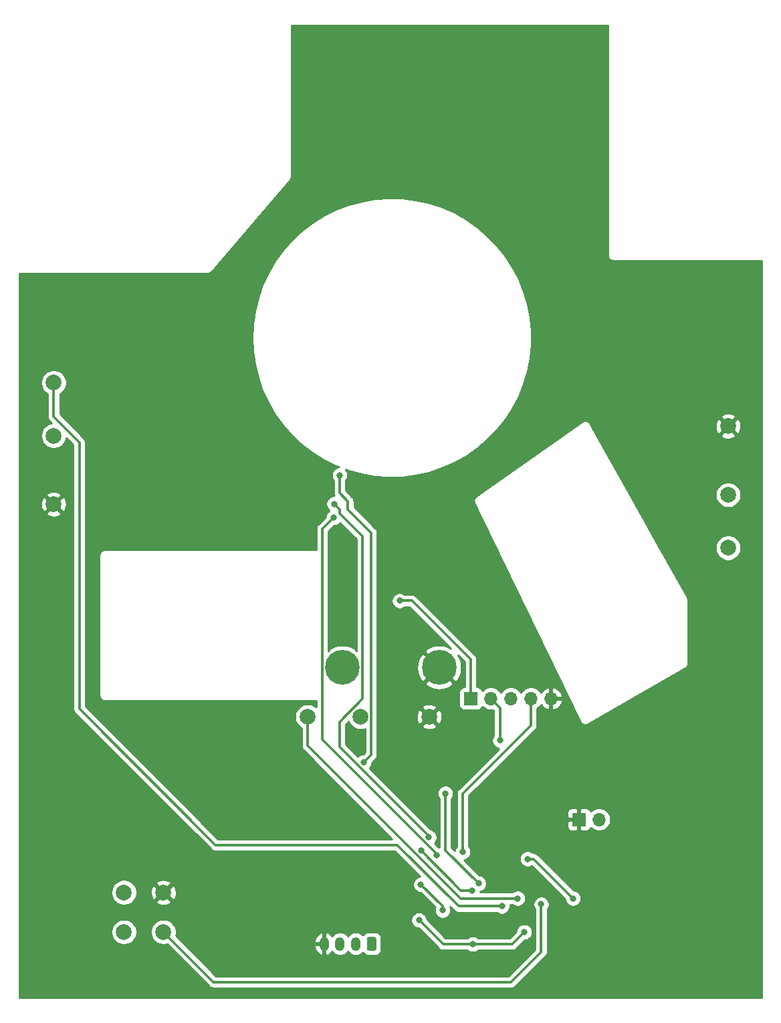
<source format=gbr>
G04 #@! TF.GenerationSoftware,KiCad,Pcbnew,5.1.7-a382d34a8~87~ubuntu20.04.1*
G04 #@! TF.CreationDate,2020-10-04T08:45:11+02:00*
G04 #@! TF.ProjectId,reform2-trackball,7265666f-726d-4322-9d74-7261636b6261,rev?*
G04 #@! TF.SameCoordinates,Original*
G04 #@! TF.FileFunction,Copper,L2,Bot*
G04 #@! TF.FilePolarity,Positive*
%FSLAX46Y46*%
G04 Gerber Fmt 4.6, Leading zero omitted, Abs format (unit mm)*
G04 Created by KiCad (PCBNEW 5.1.7-a382d34a8~87~ubuntu20.04.1) date 2020-10-04 08:45:11*
%MOMM*%
%LPD*%
G01*
G04 APERTURE LIST*
G04 #@! TA.AperFunction,ComponentPad*
%ADD10O,1.200000X1.750000*%
G04 #@! TD*
G04 #@! TA.AperFunction,ComponentPad*
%ADD11C,2.000000*%
G04 #@! TD*
G04 #@! TA.AperFunction,ComponentPad*
%ADD12R,1.700000X1.700000*%
G04 #@! TD*
G04 #@! TA.AperFunction,ComponentPad*
%ADD13O,1.700000X1.700000*%
G04 #@! TD*
G04 #@! TA.AperFunction,ComponentPad*
%ADD14C,4.400000*%
G04 #@! TD*
G04 #@! TA.AperFunction,ViaPad*
%ADD15C,0.800000*%
G04 #@! TD*
G04 #@! TA.AperFunction,Conductor*
%ADD16C,0.400000*%
G04 #@! TD*
G04 #@! TA.AperFunction,Conductor*
%ADD17C,0.300000*%
G04 #@! TD*
G04 #@! TA.AperFunction,Conductor*
%ADD18C,0.254000*%
G04 #@! TD*
G04 #@! TA.AperFunction,Conductor*
%ADD19C,0.100000*%
G04 #@! TD*
G04 APERTURE END LIST*
D10*
X103250000Y-160250000D03*
X105250000Y-160250000D03*
X107250000Y-160250000D03*
G04 #@! TA.AperFunction,ComponentPad*
G36*
G01*
X109850000Y-159624999D02*
X109850000Y-160875001D01*
G75*
G02*
X109600001Y-161125000I-249999J0D01*
G01*
X108899999Y-161125000D01*
G75*
G02*
X108650000Y-160875001I0J249999D01*
G01*
X108650000Y-159624999D01*
G75*
G02*
X108899999Y-159375000I249999J0D01*
G01*
X109600001Y-159375000D01*
G75*
G02*
X109850000Y-159624999I0J-249999D01*
G01*
G37*
G04 #@! TD.AperFunction*
D11*
X69000000Y-104600000D03*
X69000000Y-95900000D03*
X69000000Y-89200000D03*
X101150000Y-131500000D03*
X107850000Y-131500000D03*
X116550000Y-131500000D03*
X154400000Y-94700000D03*
X154400000Y-103400000D03*
X154400000Y-110100000D03*
X82900000Y-153750000D03*
X82900000Y-158750000D03*
X77900000Y-158750000D03*
X77900000Y-153750000D03*
D12*
X135500000Y-144500000D03*
D13*
X138040000Y-144500000D03*
D14*
X105550000Y-125250000D03*
X117800000Y-125250000D03*
D12*
X121800000Y-129200000D03*
D13*
X124340000Y-129200000D03*
X126880000Y-129200000D03*
X129420000Y-129200000D03*
X131960000Y-129200000D03*
D15*
X140750000Y-161500000D03*
X136750000Y-156500000D03*
X65899999Y-77171705D03*
X65899999Y-87171705D03*
X65899999Y-97171705D03*
X65899999Y-107171705D03*
X65899999Y-117171705D03*
X65899999Y-127171705D03*
X65899999Y-137171705D03*
X65899999Y-147171705D03*
X65899999Y-157171705D03*
X67899999Y-165171705D03*
X70899999Y-82171705D03*
X70899999Y-92171705D03*
X70899999Y-102171705D03*
X70899999Y-112171705D03*
X70899999Y-122171705D03*
X70899999Y-132171705D03*
X70899999Y-142171705D03*
X70899999Y-152171705D03*
X72899999Y-160171705D03*
X75899999Y-77171705D03*
X75899999Y-87171705D03*
X75899999Y-97171705D03*
X75899999Y-107171705D03*
X75899999Y-137171705D03*
X75899999Y-147171705D03*
X77899999Y-165171705D03*
X79899999Y-131171705D03*
X79899999Y-156171705D03*
X80899999Y-82171705D03*
X80899999Y-92171705D03*
X80899999Y-102171705D03*
X80899999Y-142171705D03*
X83899999Y-109171705D03*
X83899999Y-149171705D03*
X84899999Y-136171705D03*
X85899999Y-77171705D03*
X85899999Y-87171705D03*
X85899999Y-97171705D03*
X86899999Y-159171705D03*
X88899999Y-104171705D03*
X88899999Y-144171705D03*
X89899999Y-131171705D03*
X90899999Y-82171705D03*
X90899999Y-92171705D03*
X90899999Y-152171705D03*
X92899999Y-163171705D03*
X93899999Y-99171705D03*
X93899999Y-109171705D03*
X93899999Y-138171705D03*
X96899999Y-146171705D03*
X96899999Y-156171705D03*
X98899999Y-67171705D03*
X100899999Y-45171705D03*
X100899999Y-55171705D03*
X101899999Y-101171705D03*
X101899999Y-140171705D03*
X103899999Y-150171705D03*
X104899999Y-63171705D03*
X104899999Y-112171705D03*
X105899999Y-50171705D03*
X105899999Y-121171705D03*
X106899999Y-134171705D03*
X108899999Y-57171705D03*
X108899999Y-104171705D03*
X108899999Y-163171705D03*
X110899999Y-45171705D03*
X110899999Y-126171705D03*
X113899999Y-52171705D03*
X114899999Y-61171705D03*
X115899999Y-141171705D03*
X116899999Y-102171705D03*
X116899999Y-112171705D03*
X118899999Y-47171705D03*
X118899999Y-129171705D03*
X118899999Y-163171705D03*
X119899999Y-56171705D03*
X119899999Y-66171705D03*
X119899999Y-119171705D03*
X121899999Y-136171705D03*
X121899999Y-146171705D03*
X124899999Y-51171705D03*
X124899999Y-61171705D03*
X124899999Y-114171705D03*
X124899999Y-124171705D03*
X128899999Y-45171705D03*
X128899999Y-67171705D03*
X128899999Y-95171705D03*
X128899999Y-139171705D03*
X129899999Y-56171705D03*
X129899999Y-165171705D03*
X130899999Y-147171705D03*
X131899999Y-74171705D03*
X131899999Y-84171705D03*
X131899999Y-132171705D03*
X133899999Y-50171705D03*
X133899999Y-62171705D03*
X134899999Y-91171705D03*
X136899999Y-69171705D03*
X136899999Y-79171705D03*
X137899999Y-140171705D03*
X138899999Y-155171705D03*
X139899999Y-86171705D03*
X139899999Y-96171705D03*
X139899999Y-164171705D03*
X140899999Y-147171705D03*
X142899999Y-75171705D03*
X142899999Y-134171705D03*
X143899999Y-102171705D03*
X144899999Y-91171705D03*
X144899999Y-159171705D03*
X145899999Y-82171705D03*
X145899999Y-142171705D03*
X146899999Y-109171705D03*
X146899999Y-128171705D03*
X146899999Y-151171705D03*
X148899999Y-97171705D03*
X148899999Y-165171705D03*
X150899999Y-77171705D03*
X150899999Y-87171705D03*
X150899999Y-115171705D03*
X150899999Y-136171705D03*
X151899999Y-146171705D03*
X151899999Y-156171705D03*
X152899999Y-123171705D03*
X153899999Y-106171705D03*
X155899999Y-82171705D03*
X155899999Y-92171705D03*
X155899999Y-130171705D03*
X155899999Y-162171705D03*
X156899999Y-140171705D03*
X156899999Y-151171705D03*
X120800000Y-148600000D03*
X115250000Y-157250000D03*
X122054899Y-160304899D03*
X128584315Y-158749999D03*
X112800000Y-116800000D03*
X125500000Y-134500000D03*
X117500000Y-149000000D03*
X104434315Y-106275999D03*
X116500000Y-146750000D03*
X104500000Y-104550000D03*
X108250000Y-137250000D03*
X115500000Y-152750000D03*
X118250000Y-156000000D03*
X105200000Y-100900000D03*
X115530331Y-148469669D03*
X122000000Y-153500000D03*
X122800000Y-152600000D03*
X118600000Y-141200000D03*
X129000000Y-149500000D03*
X134750000Y-154500000D03*
X125750000Y-155500000D03*
X127750000Y-154500000D03*
X130733035Y-155233035D03*
D16*
X140750000Y-161500000D02*
X136750000Y-157500000D01*
X136750000Y-157500000D02*
X136750000Y-156500000D01*
D17*
X120800000Y-141200000D02*
X120800000Y-148600000D01*
X129420000Y-132580000D02*
X120800000Y-141200000D01*
X129420000Y-129200000D02*
X129420000Y-132580000D01*
X118304899Y-160304899D02*
X122054899Y-160304899D01*
X115250000Y-157250000D02*
X118304899Y-160304899D01*
X127029415Y-160304899D02*
X128584315Y-158749999D01*
X122054899Y-160304899D02*
X127029415Y-160304899D01*
X114374002Y-116800000D02*
X112800000Y-116800000D01*
X121800000Y-124225998D02*
X114374002Y-116800000D01*
X121800000Y-129200000D02*
X121800000Y-124225998D01*
X124340000Y-129200000D02*
X125500000Y-130360000D01*
X125500000Y-130360000D02*
X125500000Y-134500000D01*
X117500000Y-148860002D02*
X117500000Y-149000000D01*
X102999999Y-134360001D02*
X117500000Y-148860002D01*
X102999999Y-107710315D02*
X102999999Y-134360001D01*
X104434315Y-106275999D02*
X102999999Y-107710315D01*
X116500000Y-146610002D02*
X116500000Y-146750000D01*
X105184315Y-135294317D02*
X116500000Y-146610002D01*
X105184315Y-105234315D02*
X104500000Y-104550000D01*
X105184315Y-105750000D02*
X105184315Y-105234315D01*
X105184315Y-132167683D02*
X105184315Y-135294317D01*
X108100001Y-129251997D02*
X105184315Y-132167683D01*
X108100001Y-108665686D02*
X108100001Y-129251997D01*
X105184315Y-105750000D02*
X108100001Y-108665686D01*
X118250000Y-155500000D02*
X118250000Y-156000000D01*
X115500000Y-152750000D02*
X118250000Y-155500000D01*
X106250000Y-105250000D02*
X106250000Y-104200000D01*
X105200000Y-103150000D02*
X105200000Y-100900000D01*
X106250000Y-104200000D02*
X105200000Y-103150000D01*
X109200001Y-136299999D02*
X108250000Y-137250000D01*
X109200001Y-108200001D02*
X109200001Y-136299999D01*
X106250000Y-105250000D02*
X109200001Y-108200001D01*
X120560662Y-153500000D02*
X122000000Y-153500000D01*
X115530331Y-148469669D02*
X120560662Y-153500000D01*
X122800000Y-152600000D02*
X118600000Y-148400000D01*
X118600000Y-148400000D02*
X118600000Y-141200000D01*
X118600000Y-141200000D02*
X118600000Y-141150000D01*
X129750000Y-149500000D02*
X134750000Y-154500000D01*
X129000000Y-149500000D02*
X129750000Y-149500000D01*
X72250000Y-96750000D02*
X69000000Y-93500000D01*
X69000000Y-93500000D02*
X69000000Y-91200000D01*
X89500000Y-147750000D02*
X72250000Y-130500000D01*
X120250000Y-155500000D02*
X112500000Y-147750000D01*
X72250000Y-130500000D02*
X72250000Y-96750000D01*
X112500000Y-147750000D02*
X89500000Y-147750000D01*
X125750000Y-155500000D02*
X120250000Y-155500000D01*
X69000000Y-91200000D02*
X69000000Y-89200000D01*
X101150000Y-131500000D02*
X101150000Y-135150000D01*
X120500000Y-154500000D02*
X127750000Y-154500000D01*
X101150000Y-135150000D02*
X120500000Y-154500000D01*
X130733035Y-155233035D02*
X130733035Y-161266965D01*
X126900000Y-165100000D02*
X130733035Y-161266965D01*
X89250000Y-165100000D02*
X82900000Y-158750000D01*
X126900000Y-165100000D02*
X89250000Y-165100000D01*
D18*
X139155000Y-73036353D02*
X139151686Y-73070000D01*
X139164912Y-73204283D01*
X139204081Y-73333406D01*
X139267688Y-73452407D01*
X139353289Y-73556711D01*
X139457593Y-73642312D01*
X139576594Y-73705919D01*
X139705717Y-73745088D01*
X139840000Y-73758314D01*
X139873647Y-73755000D01*
X158615001Y-73755000D01*
X158615000Y-167065000D01*
X64685000Y-167065000D01*
X64685000Y-158588967D01*
X76265000Y-158588967D01*
X76265000Y-158911033D01*
X76327832Y-159226912D01*
X76451082Y-159524463D01*
X76630013Y-159792252D01*
X76857748Y-160019987D01*
X77125537Y-160198918D01*
X77423088Y-160322168D01*
X77738967Y-160385000D01*
X78061033Y-160385000D01*
X78376912Y-160322168D01*
X78674463Y-160198918D01*
X78942252Y-160019987D01*
X79169987Y-159792252D01*
X79348918Y-159524463D01*
X79472168Y-159226912D01*
X79535000Y-158911033D01*
X79535000Y-158588967D01*
X81265000Y-158588967D01*
X81265000Y-158911033D01*
X81327832Y-159226912D01*
X81451082Y-159524463D01*
X81630013Y-159792252D01*
X81857748Y-160019987D01*
X82125537Y-160198918D01*
X82423088Y-160322168D01*
X82738967Y-160385000D01*
X83061033Y-160385000D01*
X83364483Y-160324640D01*
X88667658Y-165627816D01*
X88692236Y-165657764D01*
X88722184Y-165682342D01*
X88722187Y-165682345D01*
X88751559Y-165706450D01*
X88811767Y-165755862D01*
X88948140Y-165828754D01*
X89096112Y-165873641D01*
X89110490Y-165875057D01*
X89211439Y-165885000D01*
X89211446Y-165885000D01*
X89249999Y-165888797D01*
X89288552Y-165885000D01*
X126861447Y-165885000D01*
X126900000Y-165888797D01*
X126938553Y-165885000D01*
X126938561Y-165885000D01*
X127053887Y-165873641D01*
X127201860Y-165828754D01*
X127338233Y-165755862D01*
X127457764Y-165657764D01*
X127482347Y-165627810D01*
X131260851Y-161849307D01*
X131290799Y-161824729D01*
X131388897Y-161705198D01*
X131461789Y-161568825D01*
X131506676Y-161420852D01*
X131518035Y-161305526D01*
X131518035Y-161305519D01*
X131521832Y-161266966D01*
X131518035Y-161228413D01*
X131518035Y-155911746D01*
X131536972Y-155892809D01*
X131650240Y-155723291D01*
X131728261Y-155534933D01*
X131768035Y-155334974D01*
X131768035Y-155131096D01*
X131728261Y-154931137D01*
X131650240Y-154742779D01*
X131536972Y-154573261D01*
X131392809Y-154429098D01*
X131223291Y-154315830D01*
X131034933Y-154237809D01*
X130834974Y-154198035D01*
X130631096Y-154198035D01*
X130431137Y-154237809D01*
X130242779Y-154315830D01*
X130073261Y-154429098D01*
X129929098Y-154573261D01*
X129815830Y-154742779D01*
X129737809Y-154931137D01*
X129698035Y-155131096D01*
X129698035Y-155334974D01*
X129737809Y-155534933D01*
X129815830Y-155723291D01*
X129929098Y-155892809D01*
X129948035Y-155911746D01*
X129948036Y-160941806D01*
X126574843Y-164315000D01*
X89575158Y-164315000D01*
X85637158Y-160377000D01*
X102015000Y-160377000D01*
X102015000Y-160652000D01*
X102063507Y-160890496D01*
X102157610Y-161114946D01*
X102293693Y-161316725D01*
X102466526Y-161488078D01*
X102669467Y-161622421D01*
X102894718Y-161714591D01*
X102932391Y-161718462D01*
X103123000Y-161593731D01*
X103123000Y-160377000D01*
X102015000Y-160377000D01*
X85637158Y-160377000D01*
X85108158Y-159848000D01*
X102015000Y-159848000D01*
X102015000Y-160123000D01*
X103123000Y-160123000D01*
X103123000Y-158906269D01*
X103377000Y-158906269D01*
X103377000Y-160123000D01*
X103397000Y-160123000D01*
X103397000Y-160377000D01*
X103377000Y-160377000D01*
X103377000Y-161593731D01*
X103567609Y-161718462D01*
X103605282Y-161714591D01*
X103830533Y-161622421D01*
X104033474Y-161488078D01*
X104206307Y-161316725D01*
X104249519Y-161252651D01*
X104372498Y-161402502D01*
X104560551Y-161556833D01*
X104775099Y-161671511D01*
X105007898Y-161742130D01*
X105250000Y-161765975D01*
X105492101Y-161742130D01*
X105724900Y-161671511D01*
X105939448Y-161556833D01*
X106127502Y-161402502D01*
X106250000Y-161253237D01*
X106372498Y-161402502D01*
X106560551Y-161556833D01*
X106775099Y-161671511D01*
X107007898Y-161742130D01*
X107250000Y-161765975D01*
X107492101Y-161742130D01*
X107724900Y-161671511D01*
X107939448Y-161556833D01*
X108127502Y-161402502D01*
X108159191Y-161363889D01*
X108161595Y-161368387D01*
X108272038Y-161502962D01*
X108406613Y-161613405D01*
X108560149Y-161695472D01*
X108726745Y-161746008D01*
X108899999Y-161763072D01*
X109600001Y-161763072D01*
X109773255Y-161746008D01*
X109939851Y-161695472D01*
X110093387Y-161613405D01*
X110227962Y-161502962D01*
X110338405Y-161368387D01*
X110420472Y-161214851D01*
X110471008Y-161048255D01*
X110488072Y-160875001D01*
X110488072Y-159624999D01*
X110471008Y-159451745D01*
X110420472Y-159285149D01*
X110338405Y-159131613D01*
X110227962Y-158997038D01*
X110093387Y-158886595D01*
X109939851Y-158804528D01*
X109773255Y-158753992D01*
X109600001Y-158736928D01*
X108899999Y-158736928D01*
X108726745Y-158753992D01*
X108560149Y-158804528D01*
X108406613Y-158886595D01*
X108272038Y-158997038D01*
X108161595Y-159131613D01*
X108159191Y-159136111D01*
X108127502Y-159097498D01*
X107939449Y-158943167D01*
X107724901Y-158828489D01*
X107492102Y-158757870D01*
X107250000Y-158734025D01*
X107007899Y-158757870D01*
X106775100Y-158828489D01*
X106560552Y-158943167D01*
X106372499Y-159097498D01*
X106250001Y-159246763D01*
X106127502Y-159097498D01*
X105939449Y-158943167D01*
X105724901Y-158828489D01*
X105492102Y-158757870D01*
X105250000Y-158734025D01*
X105007899Y-158757870D01*
X104775100Y-158828489D01*
X104560552Y-158943167D01*
X104372499Y-159097498D01*
X104249520Y-159247349D01*
X104206307Y-159183275D01*
X104033474Y-159011922D01*
X103830533Y-158877579D01*
X103605282Y-158785409D01*
X103567609Y-158781538D01*
X103377000Y-158906269D01*
X103123000Y-158906269D01*
X102932391Y-158781538D01*
X102894718Y-158785409D01*
X102669467Y-158877579D01*
X102466526Y-159011922D01*
X102293693Y-159183275D01*
X102157610Y-159385054D01*
X102063507Y-159609504D01*
X102015000Y-159848000D01*
X85108158Y-159848000D01*
X84474640Y-159214483D01*
X84535000Y-158911033D01*
X84535000Y-158588967D01*
X84472168Y-158273088D01*
X84348918Y-157975537D01*
X84169987Y-157707748D01*
X83942252Y-157480013D01*
X83674463Y-157301082D01*
X83376912Y-157177832D01*
X83227243Y-157148061D01*
X114215000Y-157148061D01*
X114215000Y-157351939D01*
X114254774Y-157551898D01*
X114332795Y-157740256D01*
X114446063Y-157909774D01*
X114590226Y-158053937D01*
X114759744Y-158167205D01*
X114948102Y-158245226D01*
X115148061Y-158285000D01*
X115174843Y-158285000D01*
X117722552Y-160832709D01*
X117747135Y-160862663D01*
X117866666Y-160960761D01*
X118003039Y-161033653D01*
X118151012Y-161078541D01*
X118225925Y-161085919D01*
X118266338Y-161089899D01*
X118266343Y-161089899D01*
X118304899Y-161093696D01*
X118343455Y-161089899D01*
X121376188Y-161089899D01*
X121395125Y-161108836D01*
X121564643Y-161222104D01*
X121753001Y-161300125D01*
X121952960Y-161339899D01*
X122156838Y-161339899D01*
X122356797Y-161300125D01*
X122545155Y-161222104D01*
X122714673Y-161108836D01*
X122733610Y-161089899D01*
X126990862Y-161089899D01*
X127029415Y-161093696D01*
X127067968Y-161089899D01*
X127067976Y-161089899D01*
X127183302Y-161078540D01*
X127331275Y-161033653D01*
X127467648Y-160960761D01*
X127587179Y-160862663D01*
X127611762Y-160832709D01*
X128659472Y-159784999D01*
X128686254Y-159784999D01*
X128886213Y-159745225D01*
X129074571Y-159667204D01*
X129244089Y-159553936D01*
X129388252Y-159409773D01*
X129501520Y-159240255D01*
X129579541Y-159051897D01*
X129619315Y-158851938D01*
X129619315Y-158648060D01*
X129579541Y-158448101D01*
X129501520Y-158259743D01*
X129388252Y-158090225D01*
X129244089Y-157946062D01*
X129074571Y-157832794D01*
X128886213Y-157754773D01*
X128686254Y-157714999D01*
X128482376Y-157714999D01*
X128282417Y-157754773D01*
X128094059Y-157832794D01*
X127924541Y-157946062D01*
X127780378Y-158090225D01*
X127667110Y-158259743D01*
X127589089Y-158448101D01*
X127549315Y-158648060D01*
X127549315Y-158674842D01*
X126704258Y-159519899D01*
X122733610Y-159519899D01*
X122714673Y-159500962D01*
X122545155Y-159387694D01*
X122356797Y-159309673D01*
X122156838Y-159269899D01*
X121952960Y-159269899D01*
X121753001Y-159309673D01*
X121564643Y-159387694D01*
X121395125Y-159500962D01*
X121376188Y-159519899D01*
X118630056Y-159519899D01*
X116285000Y-157174843D01*
X116285000Y-157148061D01*
X116245226Y-156948102D01*
X116167205Y-156759744D01*
X116053937Y-156590226D01*
X115909774Y-156446063D01*
X115740256Y-156332795D01*
X115551898Y-156254774D01*
X115351939Y-156215000D01*
X115148061Y-156215000D01*
X114948102Y-156254774D01*
X114759744Y-156332795D01*
X114590226Y-156446063D01*
X114446063Y-156590226D01*
X114332795Y-156759744D01*
X114254774Y-156948102D01*
X114215000Y-157148061D01*
X83227243Y-157148061D01*
X83061033Y-157115000D01*
X82738967Y-157115000D01*
X82423088Y-157177832D01*
X82125537Y-157301082D01*
X81857748Y-157480013D01*
X81630013Y-157707748D01*
X81451082Y-157975537D01*
X81327832Y-158273088D01*
X81265000Y-158588967D01*
X79535000Y-158588967D01*
X79472168Y-158273088D01*
X79348918Y-157975537D01*
X79169987Y-157707748D01*
X78942252Y-157480013D01*
X78674463Y-157301082D01*
X78376912Y-157177832D01*
X78061033Y-157115000D01*
X77738967Y-157115000D01*
X77423088Y-157177832D01*
X77125537Y-157301082D01*
X76857748Y-157480013D01*
X76630013Y-157707748D01*
X76451082Y-157975537D01*
X76327832Y-158273088D01*
X76265000Y-158588967D01*
X64685000Y-158588967D01*
X64685000Y-153588967D01*
X76265000Y-153588967D01*
X76265000Y-153911033D01*
X76327832Y-154226912D01*
X76451082Y-154524463D01*
X76630013Y-154792252D01*
X76857748Y-155019987D01*
X77125537Y-155198918D01*
X77423088Y-155322168D01*
X77738967Y-155385000D01*
X78061033Y-155385000D01*
X78376912Y-155322168D01*
X78674463Y-155198918D01*
X78942252Y-155019987D01*
X79076826Y-154885413D01*
X81944192Y-154885413D01*
X82039956Y-155149814D01*
X82329571Y-155290704D01*
X82641108Y-155372384D01*
X82962595Y-155391718D01*
X83281675Y-155347961D01*
X83586088Y-155242795D01*
X83760044Y-155149814D01*
X83855808Y-154885413D01*
X82900000Y-153929605D01*
X81944192Y-154885413D01*
X79076826Y-154885413D01*
X79169987Y-154792252D01*
X79348918Y-154524463D01*
X79472168Y-154226912D01*
X79535000Y-153911033D01*
X79535000Y-153812595D01*
X81258282Y-153812595D01*
X81302039Y-154131675D01*
X81407205Y-154436088D01*
X81500186Y-154610044D01*
X81764587Y-154705808D01*
X82720395Y-153750000D01*
X83079605Y-153750000D01*
X84035413Y-154705808D01*
X84299814Y-154610044D01*
X84440704Y-154320429D01*
X84522384Y-154008892D01*
X84541718Y-153687405D01*
X84497961Y-153368325D01*
X84392795Y-153063912D01*
X84299814Y-152889956D01*
X84035413Y-152794192D01*
X83079605Y-153750000D01*
X82720395Y-153750000D01*
X81764587Y-152794192D01*
X81500186Y-152889956D01*
X81359296Y-153179571D01*
X81277616Y-153491108D01*
X81258282Y-153812595D01*
X79535000Y-153812595D01*
X79535000Y-153588967D01*
X79472168Y-153273088D01*
X79348918Y-152975537D01*
X79169987Y-152707748D01*
X79076826Y-152614587D01*
X81944192Y-152614587D01*
X82900000Y-153570395D01*
X83855808Y-152614587D01*
X83760044Y-152350186D01*
X83470429Y-152209296D01*
X83158892Y-152127616D01*
X82837405Y-152108282D01*
X82518325Y-152152039D01*
X82213912Y-152257205D01*
X82039956Y-152350186D01*
X81944192Y-152614587D01*
X79076826Y-152614587D01*
X78942252Y-152480013D01*
X78674463Y-152301082D01*
X78376912Y-152177832D01*
X78061033Y-152115000D01*
X77738967Y-152115000D01*
X77423088Y-152177832D01*
X77125537Y-152301082D01*
X76857748Y-152480013D01*
X76630013Y-152707748D01*
X76451082Y-152975537D01*
X76327832Y-153273088D01*
X76265000Y-153588967D01*
X64685000Y-153588967D01*
X64685000Y-105735413D01*
X68044192Y-105735413D01*
X68139956Y-105999814D01*
X68429571Y-106140704D01*
X68741108Y-106222384D01*
X69062595Y-106241718D01*
X69381675Y-106197961D01*
X69686088Y-106092795D01*
X69860044Y-105999814D01*
X69955808Y-105735413D01*
X69000000Y-104779605D01*
X68044192Y-105735413D01*
X64685000Y-105735413D01*
X64685000Y-104662595D01*
X67358282Y-104662595D01*
X67402039Y-104981675D01*
X67507205Y-105286088D01*
X67600186Y-105460044D01*
X67864587Y-105555808D01*
X68820395Y-104600000D01*
X69179605Y-104600000D01*
X70135413Y-105555808D01*
X70399814Y-105460044D01*
X70540704Y-105170429D01*
X70622384Y-104858892D01*
X70641718Y-104537405D01*
X70597961Y-104218325D01*
X70492795Y-103913912D01*
X70399814Y-103739956D01*
X70135413Y-103644192D01*
X69179605Y-104600000D01*
X68820395Y-104600000D01*
X67864587Y-103644192D01*
X67600186Y-103739956D01*
X67459296Y-104029571D01*
X67377616Y-104341108D01*
X67358282Y-104662595D01*
X64685000Y-104662595D01*
X64685000Y-103464587D01*
X68044192Y-103464587D01*
X69000000Y-104420395D01*
X69955808Y-103464587D01*
X69860044Y-103200186D01*
X69570429Y-103059296D01*
X69258892Y-102977616D01*
X68937405Y-102958282D01*
X68618325Y-103002039D01*
X68313912Y-103107205D01*
X68139956Y-103200186D01*
X68044192Y-103464587D01*
X64685000Y-103464587D01*
X64685000Y-89038967D01*
X67365000Y-89038967D01*
X67365000Y-89361033D01*
X67427832Y-89676912D01*
X67551082Y-89974463D01*
X67730013Y-90242252D01*
X67957748Y-90469987D01*
X68215000Y-90641878D01*
X68215000Y-91238560D01*
X68215001Y-91238570D01*
X68215000Y-93461447D01*
X68211203Y-93500000D01*
X68215000Y-93538553D01*
X68215000Y-93538560D01*
X68226359Y-93653886D01*
X68271246Y-93801859D01*
X68344138Y-93938232D01*
X68442236Y-94057764D01*
X68472190Y-94082347D01*
X68685391Y-94295548D01*
X68523088Y-94327832D01*
X68225537Y-94451082D01*
X67957748Y-94630013D01*
X67730013Y-94857748D01*
X67551082Y-95125537D01*
X67427832Y-95423088D01*
X67365000Y-95738967D01*
X67365000Y-96061033D01*
X67427832Y-96376912D01*
X67551082Y-96674463D01*
X67730013Y-96942252D01*
X67957748Y-97169987D01*
X68225537Y-97348918D01*
X68523088Y-97472168D01*
X68838967Y-97535000D01*
X69161033Y-97535000D01*
X69476912Y-97472168D01*
X69774463Y-97348918D01*
X70042252Y-97169987D01*
X70269987Y-96942252D01*
X70448918Y-96674463D01*
X70572168Y-96376912D01*
X70604452Y-96214610D01*
X71465001Y-97075159D01*
X71465000Y-130461447D01*
X71461203Y-130500000D01*
X71465000Y-130538553D01*
X71465000Y-130538560D01*
X71476359Y-130653886D01*
X71521246Y-130801859D01*
X71594138Y-130938232D01*
X71692236Y-131057764D01*
X71722190Y-131082347D01*
X88917658Y-148277816D01*
X88942236Y-148307764D01*
X88972184Y-148332342D01*
X88972187Y-148332345D01*
X88981790Y-148340226D01*
X89061767Y-148405862D01*
X89172408Y-148465000D01*
X89198140Y-148478754D01*
X89346113Y-148523642D01*
X89421026Y-148531020D01*
X89461439Y-148535000D01*
X89461444Y-148535000D01*
X89500000Y-148538797D01*
X89538555Y-148535000D01*
X112174843Y-148535000D01*
X115362013Y-151722170D01*
X115198102Y-151754774D01*
X115009744Y-151832795D01*
X114840226Y-151946063D01*
X114696063Y-152090226D01*
X114582795Y-152259744D01*
X114504774Y-152448102D01*
X114465000Y-152648061D01*
X114465000Y-152851939D01*
X114504774Y-153051898D01*
X114582795Y-153240256D01*
X114696063Y-153409774D01*
X114840226Y-153553937D01*
X115009744Y-153667205D01*
X115198102Y-153745226D01*
X115398061Y-153785000D01*
X115424843Y-153785000D01*
X117279134Y-155639292D01*
X117254774Y-155698102D01*
X117215000Y-155898061D01*
X117215000Y-156101939D01*
X117254774Y-156301898D01*
X117332795Y-156490256D01*
X117446063Y-156659774D01*
X117590226Y-156803937D01*
X117759744Y-156917205D01*
X117948102Y-156995226D01*
X118148061Y-157035000D01*
X118351939Y-157035000D01*
X118551898Y-156995226D01*
X118740256Y-156917205D01*
X118909774Y-156803937D01*
X119053937Y-156659774D01*
X119167205Y-156490256D01*
X119245226Y-156301898D01*
X119285000Y-156101939D01*
X119285000Y-155898061D01*
X119245226Y-155698102D01*
X119179664Y-155539822D01*
X119667658Y-156027816D01*
X119692236Y-156057764D01*
X119722184Y-156082342D01*
X119722187Y-156082345D01*
X119751559Y-156106450D01*
X119811767Y-156155862D01*
X119922408Y-156215000D01*
X119948140Y-156228754D01*
X120096112Y-156273641D01*
X120110490Y-156275057D01*
X120211439Y-156285000D01*
X120211446Y-156285000D01*
X120249999Y-156288797D01*
X120288552Y-156285000D01*
X125071289Y-156285000D01*
X125090226Y-156303937D01*
X125259744Y-156417205D01*
X125448102Y-156495226D01*
X125648061Y-156535000D01*
X125851939Y-156535000D01*
X126051898Y-156495226D01*
X126240256Y-156417205D01*
X126409774Y-156303937D01*
X126553937Y-156159774D01*
X126667205Y-155990256D01*
X126745226Y-155801898D01*
X126785000Y-155601939D01*
X126785000Y-155398061D01*
X126762511Y-155285000D01*
X127071289Y-155285000D01*
X127090226Y-155303937D01*
X127259744Y-155417205D01*
X127448102Y-155495226D01*
X127648061Y-155535000D01*
X127851939Y-155535000D01*
X128051898Y-155495226D01*
X128240256Y-155417205D01*
X128409774Y-155303937D01*
X128553937Y-155159774D01*
X128667205Y-154990256D01*
X128745226Y-154801898D01*
X128785000Y-154601939D01*
X128785000Y-154398061D01*
X128745226Y-154198102D01*
X128667205Y-154009744D01*
X128553937Y-153840226D01*
X128409774Y-153696063D01*
X128240256Y-153582795D01*
X128051898Y-153504774D01*
X127851939Y-153465000D01*
X127648061Y-153465000D01*
X127448102Y-153504774D01*
X127259744Y-153582795D01*
X127090226Y-153696063D01*
X127071289Y-153715000D01*
X123012511Y-153715000D01*
X123033634Y-153608804D01*
X123101898Y-153595226D01*
X123290256Y-153517205D01*
X123459774Y-153403937D01*
X123603937Y-153259774D01*
X123717205Y-153090256D01*
X123795226Y-152901898D01*
X123835000Y-152701939D01*
X123835000Y-152498061D01*
X123795226Y-152298102D01*
X123717205Y-152109744D01*
X123603937Y-151940226D01*
X123459774Y-151796063D01*
X123290256Y-151682795D01*
X123101898Y-151604774D01*
X122901939Y-151565000D01*
X122875158Y-151565000D01*
X120937987Y-149627830D01*
X121101898Y-149595226D01*
X121290256Y-149517205D01*
X121459774Y-149403937D01*
X121465650Y-149398061D01*
X127965000Y-149398061D01*
X127965000Y-149601939D01*
X128004774Y-149801898D01*
X128082795Y-149990256D01*
X128196063Y-150159774D01*
X128340226Y-150303937D01*
X128509744Y-150417205D01*
X128698102Y-150495226D01*
X128898061Y-150535000D01*
X129101939Y-150535000D01*
X129301898Y-150495226D01*
X129490256Y-150417205D01*
X129530295Y-150390452D01*
X133715000Y-154575157D01*
X133715000Y-154601939D01*
X133754774Y-154801898D01*
X133832795Y-154990256D01*
X133946063Y-155159774D01*
X134090226Y-155303937D01*
X134259744Y-155417205D01*
X134448102Y-155495226D01*
X134648061Y-155535000D01*
X134851939Y-155535000D01*
X135051898Y-155495226D01*
X135240256Y-155417205D01*
X135409774Y-155303937D01*
X135553937Y-155159774D01*
X135667205Y-154990256D01*
X135745226Y-154801898D01*
X135785000Y-154601939D01*
X135785000Y-154398061D01*
X135745226Y-154198102D01*
X135667205Y-154009744D01*
X135553937Y-153840226D01*
X135409774Y-153696063D01*
X135240256Y-153582795D01*
X135051898Y-153504774D01*
X134851939Y-153465000D01*
X134825157Y-153465000D01*
X130332347Y-148972190D01*
X130307764Y-148942236D01*
X130188233Y-148844138D01*
X130051860Y-148771246D01*
X129903887Y-148726359D01*
X129788561Y-148715000D01*
X129788553Y-148715000D01*
X129750000Y-148711203D01*
X129711447Y-148715000D01*
X129678711Y-148715000D01*
X129659774Y-148696063D01*
X129490256Y-148582795D01*
X129301898Y-148504774D01*
X129101939Y-148465000D01*
X128898061Y-148465000D01*
X128698102Y-148504774D01*
X128509744Y-148582795D01*
X128340226Y-148696063D01*
X128196063Y-148840226D01*
X128082795Y-149009744D01*
X128004774Y-149198102D01*
X127965000Y-149398061D01*
X121465650Y-149398061D01*
X121603937Y-149259774D01*
X121717205Y-149090256D01*
X121795226Y-148901898D01*
X121835000Y-148701939D01*
X121835000Y-148498061D01*
X121795226Y-148298102D01*
X121717205Y-148109744D01*
X121603937Y-147940226D01*
X121585000Y-147921289D01*
X121585000Y-145350000D01*
X134011928Y-145350000D01*
X134024188Y-145474482D01*
X134060498Y-145594180D01*
X134119463Y-145704494D01*
X134198815Y-145801185D01*
X134295506Y-145880537D01*
X134405820Y-145939502D01*
X134525518Y-145975812D01*
X134650000Y-145988072D01*
X135214250Y-145985000D01*
X135373000Y-145826250D01*
X135373000Y-144627000D01*
X134173750Y-144627000D01*
X134015000Y-144785750D01*
X134011928Y-145350000D01*
X121585000Y-145350000D01*
X121585000Y-143650000D01*
X134011928Y-143650000D01*
X134015000Y-144214250D01*
X134173750Y-144373000D01*
X135373000Y-144373000D01*
X135373000Y-143173750D01*
X135627000Y-143173750D01*
X135627000Y-144373000D01*
X135647000Y-144373000D01*
X135647000Y-144627000D01*
X135627000Y-144627000D01*
X135627000Y-145826250D01*
X135785750Y-145985000D01*
X136350000Y-145988072D01*
X136474482Y-145975812D01*
X136594180Y-145939502D01*
X136704494Y-145880537D01*
X136801185Y-145801185D01*
X136880537Y-145704494D01*
X136939502Y-145594180D01*
X136961513Y-145521620D01*
X137093368Y-145653475D01*
X137336589Y-145815990D01*
X137606842Y-145927932D01*
X137893740Y-145985000D01*
X138186260Y-145985000D01*
X138473158Y-145927932D01*
X138743411Y-145815990D01*
X138986632Y-145653475D01*
X139193475Y-145446632D01*
X139355990Y-145203411D01*
X139467932Y-144933158D01*
X139525000Y-144646260D01*
X139525000Y-144353740D01*
X139467932Y-144066842D01*
X139355990Y-143796589D01*
X139193475Y-143553368D01*
X138986632Y-143346525D01*
X138743411Y-143184010D01*
X138473158Y-143072068D01*
X138186260Y-143015000D01*
X137893740Y-143015000D01*
X137606842Y-143072068D01*
X137336589Y-143184010D01*
X137093368Y-143346525D01*
X136961513Y-143478380D01*
X136939502Y-143405820D01*
X136880537Y-143295506D01*
X136801185Y-143198815D01*
X136704494Y-143119463D01*
X136594180Y-143060498D01*
X136474482Y-143024188D01*
X136350000Y-143011928D01*
X135785750Y-143015000D01*
X135627000Y-143173750D01*
X135373000Y-143173750D01*
X135214250Y-143015000D01*
X134650000Y-143011928D01*
X134525518Y-143024188D01*
X134405820Y-143060498D01*
X134295506Y-143119463D01*
X134198815Y-143198815D01*
X134119463Y-143295506D01*
X134060498Y-143405820D01*
X134024188Y-143525518D01*
X134011928Y-143650000D01*
X121585000Y-143650000D01*
X121585000Y-141525157D01*
X129947816Y-133162342D01*
X129977764Y-133137764D01*
X130075862Y-133018233D01*
X130148754Y-132881860D01*
X130166444Y-132823544D01*
X130193642Y-132733887D01*
X130203340Y-132635413D01*
X130205000Y-132618561D01*
X130205000Y-132618556D01*
X130208797Y-132580000D01*
X130205000Y-132541444D01*
X130205000Y-130461474D01*
X130366632Y-130353475D01*
X130573475Y-130146632D01*
X130695195Y-129964466D01*
X130764822Y-130081355D01*
X130959731Y-130297588D01*
X131193080Y-130471641D01*
X131455901Y-130596825D01*
X131603110Y-130641476D01*
X131833000Y-130520155D01*
X131833000Y-129327000D01*
X132087000Y-129327000D01*
X132087000Y-130520155D01*
X132316890Y-130641476D01*
X132464099Y-130596825D01*
X132726920Y-130471641D01*
X132960269Y-130297588D01*
X133155178Y-130081355D01*
X133304157Y-129831252D01*
X133401481Y-129556891D01*
X133280814Y-129327000D01*
X132087000Y-129327000D01*
X131833000Y-129327000D01*
X131813000Y-129327000D01*
X131813000Y-129073000D01*
X131833000Y-129073000D01*
X131833000Y-127879845D01*
X132087000Y-127879845D01*
X132087000Y-129073000D01*
X133280814Y-129073000D01*
X133401481Y-128843109D01*
X133304157Y-128568748D01*
X133155178Y-128318645D01*
X132960269Y-128102412D01*
X132726920Y-127928359D01*
X132464099Y-127803175D01*
X132316890Y-127758524D01*
X132087000Y-127879845D01*
X131833000Y-127879845D01*
X131603110Y-127758524D01*
X131455901Y-127803175D01*
X131193080Y-127928359D01*
X130959731Y-128102412D01*
X130764822Y-128318645D01*
X130695195Y-128435534D01*
X130573475Y-128253368D01*
X130366632Y-128046525D01*
X130123411Y-127884010D01*
X129853158Y-127772068D01*
X129566260Y-127715000D01*
X129273740Y-127715000D01*
X128986842Y-127772068D01*
X128716589Y-127884010D01*
X128473368Y-128046525D01*
X128266525Y-128253368D01*
X128150000Y-128427760D01*
X128033475Y-128253368D01*
X127826632Y-128046525D01*
X127583411Y-127884010D01*
X127313158Y-127772068D01*
X127026260Y-127715000D01*
X126733740Y-127715000D01*
X126446842Y-127772068D01*
X126176589Y-127884010D01*
X125933368Y-128046525D01*
X125726525Y-128253368D01*
X125610000Y-128427760D01*
X125493475Y-128253368D01*
X125286632Y-128046525D01*
X125043411Y-127884010D01*
X124773158Y-127772068D01*
X124486260Y-127715000D01*
X124193740Y-127715000D01*
X123906842Y-127772068D01*
X123636589Y-127884010D01*
X123393368Y-128046525D01*
X123261513Y-128178380D01*
X123239502Y-128105820D01*
X123180537Y-127995506D01*
X123101185Y-127898815D01*
X123004494Y-127819463D01*
X122894180Y-127760498D01*
X122774482Y-127724188D01*
X122650000Y-127711928D01*
X122585000Y-127711928D01*
X122585000Y-124264550D01*
X122588797Y-124225997D01*
X122585000Y-124187444D01*
X122585000Y-124187437D01*
X122573641Y-124072111D01*
X122572235Y-124067474D01*
X122528754Y-123924138D01*
X122455862Y-123787765D01*
X122357764Y-123668234D01*
X122327816Y-123643656D01*
X114956349Y-116272190D01*
X114931766Y-116242236D01*
X114812235Y-116144138D01*
X114675862Y-116071246D01*
X114527889Y-116026359D01*
X114412563Y-116015000D01*
X114412555Y-116015000D01*
X114374002Y-116011203D01*
X114335449Y-116015000D01*
X113478711Y-116015000D01*
X113459774Y-115996063D01*
X113290256Y-115882795D01*
X113101898Y-115804774D01*
X112901939Y-115765000D01*
X112698061Y-115765000D01*
X112498102Y-115804774D01*
X112309744Y-115882795D01*
X112140226Y-115996063D01*
X111996063Y-116140226D01*
X111882795Y-116309744D01*
X111804774Y-116498102D01*
X111765000Y-116698061D01*
X111765000Y-116901939D01*
X111804774Y-117101898D01*
X111882795Y-117290256D01*
X111996063Y-117459774D01*
X112140226Y-117603937D01*
X112309744Y-117717205D01*
X112498102Y-117795226D01*
X112698061Y-117835000D01*
X112901939Y-117835000D01*
X113101898Y-117795226D01*
X113290256Y-117717205D01*
X113459774Y-117603937D01*
X113478711Y-117585000D01*
X114048845Y-117585000D01*
X119299737Y-122835893D01*
X118876123Y-122612359D01*
X118340867Y-122453099D01*
X117784826Y-122401322D01*
X117229368Y-122459019D01*
X116695839Y-122623972D01*
X116229976Y-122872982D01*
X115989830Y-123260225D01*
X117800000Y-125070395D01*
X117814143Y-125056253D01*
X117993748Y-125235858D01*
X117979605Y-125250000D01*
X119789775Y-127060170D01*
X120177018Y-126820024D01*
X120437641Y-126326123D01*
X120596901Y-125790867D01*
X120648678Y-125234826D01*
X120590981Y-124679368D01*
X120426028Y-124145839D01*
X120215139Y-123751295D01*
X121015001Y-124551157D01*
X121015000Y-127711928D01*
X120950000Y-127711928D01*
X120825518Y-127724188D01*
X120705820Y-127760498D01*
X120595506Y-127819463D01*
X120498815Y-127898815D01*
X120419463Y-127995506D01*
X120360498Y-128105820D01*
X120324188Y-128225518D01*
X120311928Y-128350000D01*
X120311928Y-130050000D01*
X120324188Y-130174482D01*
X120360498Y-130294180D01*
X120419463Y-130404494D01*
X120498815Y-130501185D01*
X120595506Y-130580537D01*
X120705820Y-130639502D01*
X120825518Y-130675812D01*
X120950000Y-130688072D01*
X122650000Y-130688072D01*
X122774482Y-130675812D01*
X122894180Y-130639502D01*
X123004494Y-130580537D01*
X123101185Y-130501185D01*
X123180537Y-130404494D01*
X123239502Y-130294180D01*
X123261513Y-130221620D01*
X123393368Y-130353475D01*
X123636589Y-130515990D01*
X123906842Y-130627932D01*
X124193740Y-130685000D01*
X124486260Y-130685000D01*
X124676918Y-130647075D01*
X124715000Y-130685157D01*
X124715001Y-133821288D01*
X124696063Y-133840226D01*
X124582795Y-134009744D01*
X124504774Y-134198102D01*
X124465000Y-134398061D01*
X124465000Y-134601939D01*
X124504774Y-134801898D01*
X124582795Y-134990256D01*
X124696063Y-135159774D01*
X124840226Y-135303937D01*
X125009744Y-135417205D01*
X125198102Y-135495226D01*
X125362013Y-135527830D01*
X120272190Y-140617653D01*
X120242236Y-140642236D01*
X120144138Y-140761768D01*
X120071246Y-140898141D01*
X120026359Y-141046114D01*
X120015000Y-141161440D01*
X120015000Y-141161447D01*
X120011203Y-141200000D01*
X120015000Y-141238553D01*
X120015001Y-147921288D01*
X119996063Y-147940226D01*
X119882795Y-148109744D01*
X119804774Y-148298102D01*
X119772170Y-148462013D01*
X119385000Y-148074843D01*
X119385000Y-141878711D01*
X119403937Y-141859774D01*
X119517205Y-141690256D01*
X119595226Y-141501898D01*
X119635000Y-141301939D01*
X119635000Y-141098061D01*
X119595226Y-140898102D01*
X119517205Y-140709744D01*
X119403937Y-140540226D01*
X119259774Y-140396063D01*
X119090256Y-140282795D01*
X118901898Y-140204774D01*
X118701939Y-140165000D01*
X118498061Y-140165000D01*
X118298102Y-140204774D01*
X118109744Y-140282795D01*
X117940226Y-140396063D01*
X117796063Y-140540226D01*
X117682795Y-140709744D01*
X117604774Y-140898102D01*
X117565000Y-141098061D01*
X117565000Y-141301939D01*
X117604774Y-141501898D01*
X117682795Y-141690256D01*
X117796063Y-141859774D01*
X117815001Y-141878712D01*
X117815000Y-148010201D01*
X117801898Y-148004774D01*
X117743268Y-147993112D01*
X117231933Y-147481778D01*
X117303937Y-147409774D01*
X117417205Y-147240256D01*
X117495226Y-147051898D01*
X117535000Y-146851939D01*
X117535000Y-146648061D01*
X117495226Y-146448102D01*
X117417205Y-146259744D01*
X117303937Y-146090226D01*
X117159774Y-145946063D01*
X116990256Y-145832795D01*
X116801898Y-145754774D01*
X116743268Y-145743112D01*
X108981933Y-137981778D01*
X109053937Y-137909774D01*
X109167205Y-137740256D01*
X109245226Y-137551898D01*
X109285000Y-137351939D01*
X109285000Y-137325158D01*
X109727816Y-136882342D01*
X109757765Y-136857763D01*
X109855863Y-136738232D01*
X109928755Y-136601859D01*
X109973642Y-136453886D01*
X109985001Y-136338560D01*
X109985001Y-136338553D01*
X109988798Y-136300000D01*
X109985001Y-136261447D01*
X109985001Y-132635413D01*
X115594192Y-132635413D01*
X115689956Y-132899814D01*
X115979571Y-133040704D01*
X116291108Y-133122384D01*
X116612595Y-133141718D01*
X116931675Y-133097961D01*
X117236088Y-132992795D01*
X117410044Y-132899814D01*
X117505808Y-132635413D01*
X116550000Y-131679605D01*
X115594192Y-132635413D01*
X109985001Y-132635413D01*
X109985001Y-131562595D01*
X114908282Y-131562595D01*
X114952039Y-131881675D01*
X115057205Y-132186088D01*
X115150186Y-132360044D01*
X115414587Y-132455808D01*
X116370395Y-131500000D01*
X116729605Y-131500000D01*
X117685413Y-132455808D01*
X117949814Y-132360044D01*
X118090704Y-132070429D01*
X118172384Y-131758892D01*
X118191718Y-131437405D01*
X118147961Y-131118325D01*
X118042795Y-130813912D01*
X117949814Y-130639956D01*
X117685413Y-130544192D01*
X116729605Y-131500000D01*
X116370395Y-131500000D01*
X115414587Y-130544192D01*
X115150186Y-130639956D01*
X115009296Y-130929571D01*
X114927616Y-131241108D01*
X114908282Y-131562595D01*
X109985001Y-131562595D01*
X109985001Y-130364587D01*
X115594192Y-130364587D01*
X116550000Y-131320395D01*
X117505808Y-130364587D01*
X117410044Y-130100186D01*
X117120429Y-129959296D01*
X116808892Y-129877616D01*
X116487405Y-129858282D01*
X116168325Y-129902039D01*
X115863912Y-130007205D01*
X115689956Y-130100186D01*
X115594192Y-130364587D01*
X109985001Y-130364587D01*
X109985001Y-127239775D01*
X115989830Y-127239775D01*
X116229976Y-127627018D01*
X116723877Y-127887641D01*
X117259133Y-128046901D01*
X117815174Y-128098678D01*
X118370632Y-128040981D01*
X118904161Y-127876028D01*
X119370024Y-127627018D01*
X119610170Y-127239775D01*
X117800000Y-125429605D01*
X115989830Y-127239775D01*
X109985001Y-127239775D01*
X109985001Y-125265174D01*
X114951322Y-125265174D01*
X115009019Y-125820632D01*
X115173972Y-126354161D01*
X115422982Y-126820024D01*
X115810225Y-127060170D01*
X117620395Y-125250000D01*
X115810225Y-123439830D01*
X115422982Y-123679976D01*
X115162359Y-124173877D01*
X115003099Y-124709133D01*
X114951322Y-125265174D01*
X109985001Y-125265174D01*
X109985001Y-108238553D01*
X109988798Y-108200000D01*
X109985001Y-108161447D01*
X109985001Y-108161440D01*
X109973642Y-108046114D01*
X109928755Y-107898141D01*
X109855863Y-107761768D01*
X109757765Y-107642237D01*
X109727818Y-107617660D01*
X107035000Y-104924843D01*
X107035000Y-104238552D01*
X107038797Y-104199999D01*
X107035000Y-104161446D01*
X107035000Y-104161439D01*
X107033607Y-104147286D01*
X122181904Y-104147286D01*
X122183320Y-104158713D01*
X122182863Y-104170217D01*
X122191605Y-104225572D01*
X122198498Y-104281195D01*
X122202116Y-104292126D01*
X122203912Y-104303498D01*
X122223290Y-104356095D01*
X122240898Y-104409294D01*
X122263221Y-104448646D01*
X135679554Y-132140441D01*
X135703511Y-132193477D01*
X135728534Y-132228480D01*
X135751009Y-132265192D01*
X135767689Y-132283253D01*
X135781982Y-132303246D01*
X135813354Y-132332697D01*
X135842558Y-132364317D01*
X135862441Y-132378776D01*
X135880359Y-132395597D01*
X135916870Y-132418359D01*
X135951686Y-132443678D01*
X135974012Y-132453982D01*
X135994864Y-132466982D01*
X136035112Y-132482183D01*
X136074199Y-132500223D01*
X136098105Y-132505974D01*
X136121094Y-132514656D01*
X136163536Y-132521713D01*
X136205390Y-132531781D01*
X136229957Y-132532757D01*
X136254199Y-132536788D01*
X136297204Y-132535429D01*
X136340217Y-132537138D01*
X136364504Y-132533302D01*
X136389065Y-132532526D01*
X136430981Y-132522803D01*
X136473498Y-132516088D01*
X136496565Y-132507590D01*
X136520508Y-132502036D01*
X136559724Y-132484321D01*
X136600112Y-132469442D01*
X136649798Y-132439025D01*
X148962485Y-125348995D01*
X149012406Y-125322312D01*
X149046912Y-125293993D01*
X149083245Y-125268020D01*
X149098966Y-125251274D01*
X149116710Y-125236711D01*
X149145032Y-125202202D01*
X149175597Y-125169642D01*
X149187744Y-125150158D01*
X149202312Y-125132407D01*
X149223361Y-125093027D01*
X149246982Y-125055138D01*
X149255094Y-125033657D01*
X149265919Y-125013406D01*
X149278884Y-124970667D01*
X149294655Y-124928907D01*
X149298420Y-124906264D01*
X149305088Y-124884283D01*
X149309465Y-124839839D01*
X149316788Y-124795802D01*
X149315000Y-124739223D01*
X149315000Y-116811167D01*
X149316115Y-116804974D01*
X149315000Y-116743800D01*
X149315000Y-116716353D01*
X149314386Y-116710120D01*
X149313656Y-116670063D01*
X149307789Y-116643142D01*
X149305088Y-116615717D01*
X149293457Y-116577374D01*
X149284925Y-116538224D01*
X149273918Y-116512962D01*
X149265919Y-116486594D01*
X149247032Y-116451258D01*
X149244531Y-116445519D01*
X149231158Y-116421561D01*
X149202312Y-116367593D01*
X149198320Y-116362728D01*
X145612762Y-109938967D01*
X152765000Y-109938967D01*
X152765000Y-110261033D01*
X152827832Y-110576912D01*
X152951082Y-110874463D01*
X153130013Y-111142252D01*
X153357748Y-111369987D01*
X153625537Y-111548918D01*
X153923088Y-111672168D01*
X154238967Y-111735000D01*
X154561033Y-111735000D01*
X154876912Y-111672168D01*
X155174463Y-111548918D01*
X155442252Y-111369987D01*
X155669987Y-111142252D01*
X155848918Y-110874463D01*
X155972168Y-110576912D01*
X156035000Y-110261033D01*
X156035000Y-109938967D01*
X155972168Y-109623088D01*
X155848918Y-109325537D01*
X155669987Y-109057748D01*
X155442252Y-108830013D01*
X155174463Y-108651082D01*
X154876912Y-108527832D01*
X154561033Y-108465000D01*
X154238967Y-108465000D01*
X153923088Y-108527832D01*
X153625537Y-108651082D01*
X153357748Y-108830013D01*
X153130013Y-109057748D01*
X152951082Y-109325537D01*
X152827832Y-109623088D01*
X152765000Y-109938967D01*
X145612762Y-109938967D01*
X141873016Y-103238967D01*
X152765000Y-103238967D01*
X152765000Y-103561033D01*
X152827832Y-103876912D01*
X152951082Y-104174463D01*
X153130013Y-104442252D01*
X153357748Y-104669987D01*
X153625537Y-104848918D01*
X153923088Y-104972168D01*
X154238967Y-105035000D01*
X154561033Y-105035000D01*
X154876912Y-104972168D01*
X155174463Y-104848918D01*
X155442252Y-104669987D01*
X155669987Y-104442252D01*
X155848918Y-104174463D01*
X155972168Y-103876912D01*
X156035000Y-103561033D01*
X156035000Y-103238967D01*
X155972168Y-102923088D01*
X155848918Y-102625537D01*
X155669987Y-102357748D01*
X155442252Y-102130013D01*
X155174463Y-101951082D01*
X154876912Y-101827832D01*
X154561033Y-101765000D01*
X154238967Y-101765000D01*
X153923088Y-101827832D01*
X153625537Y-101951082D01*
X153357748Y-102130013D01*
X153130013Y-102357748D01*
X152951082Y-102625537D01*
X152827832Y-102923088D01*
X152765000Y-103238967D01*
X141873016Y-103238967D01*
X137740566Y-95835413D01*
X153444192Y-95835413D01*
X153539956Y-96099814D01*
X153829571Y-96240704D01*
X154141108Y-96322384D01*
X154462595Y-96341718D01*
X154781675Y-96297961D01*
X155086088Y-96192795D01*
X155260044Y-96099814D01*
X155355808Y-95835413D01*
X154400000Y-94879605D01*
X153444192Y-95835413D01*
X137740566Y-95835413D01*
X137141749Y-94762595D01*
X152758282Y-94762595D01*
X152802039Y-95081675D01*
X152907205Y-95386088D01*
X153000186Y-95560044D01*
X153264587Y-95655808D01*
X154220395Y-94700000D01*
X154579605Y-94700000D01*
X155535413Y-95655808D01*
X155799814Y-95560044D01*
X155940704Y-95270429D01*
X156022384Y-94958892D01*
X156041718Y-94637405D01*
X155997961Y-94318325D01*
X155892795Y-94013912D01*
X155799814Y-93839956D01*
X155535413Y-93744192D01*
X154579605Y-94700000D01*
X154220395Y-94700000D01*
X153264587Y-93744192D01*
X153000186Y-93839956D01*
X152859296Y-94129571D01*
X152777616Y-94441108D01*
X152758282Y-94762595D01*
X137141749Y-94762595D01*
X136929849Y-94382963D01*
X136929102Y-94380706D01*
X136897055Y-94324211D01*
X136881733Y-94296760D01*
X136880376Y-94294808D01*
X136862527Y-94263341D01*
X136841974Y-94239543D01*
X136824029Y-94213717D01*
X136797981Y-94188601D01*
X136774334Y-94161220D01*
X136749534Y-94141889D01*
X136726894Y-94120059D01*
X136696448Y-94100509D01*
X136667912Y-94078265D01*
X136639815Y-94064142D01*
X136613354Y-94047151D01*
X136579679Y-94033916D01*
X136547351Y-94017667D01*
X136517038Y-94009297D01*
X136487772Y-93997795D01*
X136452159Y-93991383D01*
X136417286Y-93981754D01*
X136385933Y-93979459D01*
X136354974Y-93973885D01*
X136318789Y-93974545D01*
X136282713Y-93971904D01*
X136251508Y-93975771D01*
X136220064Y-93976344D01*
X136184711Y-93984048D01*
X136148803Y-93988498D01*
X136118950Y-93998379D01*
X136088225Y-94005075D01*
X136055052Y-94019529D01*
X136020705Y-94030898D01*
X135993355Y-94046412D01*
X135964525Y-94058974D01*
X135934815Y-94079618D01*
X135932748Y-94080791D01*
X135907056Y-94098908D01*
X135853717Y-94135971D01*
X135852067Y-94137682D01*
X122493396Y-103557387D01*
X122454808Y-103581010D01*
X122413641Y-103619030D01*
X122371219Y-103655666D01*
X122364141Y-103664747D01*
X122355683Y-103672558D01*
X122322717Y-103717889D01*
X122288265Y-103762088D01*
X122283095Y-103772373D01*
X122276322Y-103781687D01*
X122252840Y-103832565D01*
X122227666Y-103882648D01*
X122224600Y-103893752D01*
X122219778Y-103904200D01*
X122206675Y-103958671D01*
X122191753Y-104012714D01*
X122190913Y-104024198D01*
X122188220Y-104035391D01*
X122185995Y-104091387D01*
X122181904Y-104147286D01*
X107033607Y-104147286D01*
X107023641Y-104046113D01*
X106978754Y-103898140D01*
X106905862Y-103761767D01*
X106807764Y-103642236D01*
X106777815Y-103617657D01*
X105985000Y-102824843D01*
X105985000Y-101578711D01*
X106003937Y-101559774D01*
X106117205Y-101390256D01*
X106195226Y-101201898D01*
X106235000Y-101001939D01*
X106235000Y-100798061D01*
X106195226Y-100598102D01*
X106117205Y-100409744D01*
X106003937Y-100240226D01*
X105941452Y-100177741D01*
X106338854Y-100328456D01*
X107989541Y-100777889D01*
X109675898Y-101065911D01*
X111382181Y-101189830D01*
X113092458Y-101148492D01*
X114790761Y-100942280D01*
X116461234Y-100573122D01*
X118088280Y-100044463D01*
X119656706Y-99361239D01*
X121151871Y-98529830D01*
X122559812Y-97557998D01*
X123867386Y-96454817D01*
X125062383Y-95230587D01*
X126133646Y-93896738D01*
X126351254Y-93564587D01*
X153444192Y-93564587D01*
X154400000Y-94520395D01*
X155355808Y-93564587D01*
X155260044Y-93300186D01*
X154970429Y-93159296D01*
X154658892Y-93077616D01*
X154337405Y-93058282D01*
X154018325Y-93102039D01*
X153713912Y-93207205D01*
X153539956Y-93300186D01*
X153444192Y-93564587D01*
X126351254Y-93564587D01*
X127071173Y-92465724D01*
X127866211Y-90950907D01*
X128511336Y-89366429D01*
X129000525Y-87727084D01*
X129329211Y-86048179D01*
X129494325Y-84345388D01*
X129494325Y-82634612D01*
X129329211Y-80931821D01*
X129000525Y-79252916D01*
X128511336Y-77613571D01*
X127866211Y-76029093D01*
X127071173Y-74514276D01*
X126133646Y-73083262D01*
X125062383Y-71749413D01*
X123867386Y-70525183D01*
X122559812Y-69422002D01*
X121151871Y-68450170D01*
X119656706Y-67618761D01*
X118088280Y-66935537D01*
X116461234Y-66406878D01*
X114790761Y-66037720D01*
X113092458Y-65831508D01*
X111382181Y-65790170D01*
X109675898Y-65914089D01*
X107989541Y-66202111D01*
X106338854Y-66651544D01*
X104739250Y-67258194D01*
X103205664Y-68016396D01*
X101752414Y-68919071D01*
X100393069Y-69957790D01*
X99140320Y-71122856D01*
X98005866Y-72403391D01*
X97000296Y-73787439D01*
X96133001Y-75262076D01*
X95412078Y-76813536D01*
X94844258Y-78427332D01*
X94434842Y-80088396D01*
X94187653Y-81781221D01*
X94105000Y-83490000D01*
X94187653Y-85198779D01*
X94434842Y-86891604D01*
X94844258Y-88552668D01*
X95412078Y-90166464D01*
X96133001Y-91717924D01*
X97000296Y-93192561D01*
X98005866Y-94576609D01*
X99140320Y-95857144D01*
X100393069Y-97022210D01*
X101752414Y-98060929D01*
X103205664Y-98963604D01*
X104739250Y-99721806D01*
X105116821Y-99865000D01*
X105098061Y-99865000D01*
X104898102Y-99904774D01*
X104709744Y-99982795D01*
X104540226Y-100096063D01*
X104396063Y-100240226D01*
X104282795Y-100409744D01*
X104204774Y-100598102D01*
X104165000Y-100798061D01*
X104165000Y-101001939D01*
X104204774Y-101201898D01*
X104282795Y-101390256D01*
X104396063Y-101559774D01*
X104415001Y-101578712D01*
X104415000Y-103111447D01*
X104411203Y-103150000D01*
X104415000Y-103188553D01*
X104415000Y-103188560D01*
X104426359Y-103303886D01*
X104471246Y-103451859D01*
X104504995Y-103515000D01*
X104398061Y-103515000D01*
X104198102Y-103554774D01*
X104009744Y-103632795D01*
X103840226Y-103746063D01*
X103696063Y-103890226D01*
X103582795Y-104059744D01*
X103504774Y-104248102D01*
X103465000Y-104448061D01*
X103465000Y-104651939D01*
X103504774Y-104851898D01*
X103582795Y-105040256D01*
X103696063Y-105209774D01*
X103840226Y-105353937D01*
X103895777Y-105391055D01*
X103774541Y-105472062D01*
X103630378Y-105616225D01*
X103517110Y-105785743D01*
X103439089Y-105974101D01*
X103399315Y-106174060D01*
X103399315Y-106200841D01*
X102472189Y-107127968D01*
X102442235Y-107152551D01*
X102344137Y-107272083D01*
X102271245Y-107408456D01*
X102226358Y-107556429D01*
X102214999Y-107671755D01*
X102214999Y-107671762D01*
X102211202Y-107710315D01*
X102214999Y-107748868D01*
X102214999Y-110335000D01*
X75493647Y-110335000D01*
X75460000Y-110331686D01*
X75426353Y-110335000D01*
X75325717Y-110344912D01*
X75196594Y-110384081D01*
X75077593Y-110447688D01*
X74973289Y-110533289D01*
X74887688Y-110637593D01*
X74824081Y-110756594D01*
X74784912Y-110885717D01*
X74771686Y-111020000D01*
X74775000Y-111053647D01*
X74775001Y-128766343D01*
X74771686Y-128800000D01*
X74784912Y-128934283D01*
X74824081Y-129063406D01*
X74887688Y-129182407D01*
X74973289Y-129286711D01*
X75077593Y-129372312D01*
X75196594Y-129435919D01*
X75325717Y-129475088D01*
X75426353Y-129485000D01*
X75460000Y-129488314D01*
X75493647Y-129485000D01*
X102215000Y-129485000D01*
X102215000Y-130252761D01*
X102192252Y-130230013D01*
X101924463Y-130051082D01*
X101626912Y-129927832D01*
X101311033Y-129865000D01*
X100988967Y-129865000D01*
X100673088Y-129927832D01*
X100375537Y-130051082D01*
X100107748Y-130230013D01*
X99880013Y-130457748D01*
X99701082Y-130725537D01*
X99577832Y-131023088D01*
X99515000Y-131338967D01*
X99515000Y-131661033D01*
X99577832Y-131976912D01*
X99701082Y-132274463D01*
X99880013Y-132542252D01*
X100107748Y-132769987D01*
X100365000Y-132941878D01*
X100365001Y-135111437D01*
X100361203Y-135150000D01*
X100376359Y-135303886D01*
X100421246Y-135451859D01*
X100421247Y-135451860D01*
X100494139Y-135588233D01*
X100500658Y-135596176D01*
X100567655Y-135677812D01*
X100567659Y-135677816D01*
X100592237Y-135707764D01*
X100622185Y-135732342D01*
X111854842Y-146965000D01*
X89825158Y-146965000D01*
X73035000Y-130174843D01*
X73035000Y-96788552D01*
X73038797Y-96749999D01*
X73035000Y-96711446D01*
X73035000Y-96711439D01*
X73023641Y-96596113D01*
X72978754Y-96448140D01*
X72905862Y-96311767D01*
X72807764Y-96192236D01*
X72777816Y-96167658D01*
X69785000Y-93174843D01*
X69785000Y-90641877D01*
X70042252Y-90469987D01*
X70269987Y-90242252D01*
X70448918Y-89974463D01*
X70572168Y-89676912D01*
X70635000Y-89361033D01*
X70635000Y-89038967D01*
X70572168Y-88723088D01*
X70448918Y-88425537D01*
X70269987Y-88157748D01*
X70042252Y-87930013D01*
X69774463Y-87751082D01*
X69476912Y-87627832D01*
X69161033Y-87565000D01*
X68838967Y-87565000D01*
X68523088Y-87627832D01*
X68225537Y-87751082D01*
X67957748Y-87930013D01*
X67730013Y-88157748D01*
X67551082Y-88425537D01*
X67427832Y-88723088D01*
X67365000Y-89038967D01*
X64685000Y-89038967D01*
X64685000Y-75405000D01*
X88392849Y-75405000D01*
X88452984Y-75406270D01*
X88493403Y-75399114D01*
X88534283Y-75395088D01*
X88559703Y-75387377D01*
X88585850Y-75382748D01*
X88624103Y-75367841D01*
X88663406Y-75355919D01*
X88686837Y-75343395D01*
X88711575Y-75333755D01*
X88746179Y-75311676D01*
X88782407Y-75292312D01*
X88802943Y-75275458D01*
X88825326Y-75261177D01*
X88854965Y-75232764D01*
X88886711Y-75206711D01*
X88924914Y-75160161D01*
X98921074Y-63491337D01*
X98926711Y-63486711D01*
X98964903Y-63440175D01*
X98982105Y-63420094D01*
X98986260Y-63414151D01*
X99012312Y-63382407D01*
X99024834Y-63358979D01*
X99040049Y-63337218D01*
X99056557Y-63299630D01*
X99075919Y-63263406D01*
X99083630Y-63237986D01*
X99094307Y-63213675D01*
X99103165Y-63173588D01*
X99115088Y-63134283D01*
X99117692Y-63107846D01*
X99123421Y-63081919D01*
X99124288Y-63040879D01*
X99125000Y-63033647D01*
X99125000Y-63007152D01*
X99126270Y-62947017D01*
X99125000Y-62939843D01*
X99125000Y-43915000D01*
X139155001Y-43915000D01*
X139155000Y-73036353D01*
G04 #@! TA.AperFunction,Conductor*
D19*
G36*
X139155000Y-73036353D02*
G01*
X139151686Y-73070000D01*
X139164912Y-73204283D01*
X139204081Y-73333406D01*
X139267688Y-73452407D01*
X139353289Y-73556711D01*
X139457593Y-73642312D01*
X139576594Y-73705919D01*
X139705717Y-73745088D01*
X139840000Y-73758314D01*
X139873647Y-73755000D01*
X158615001Y-73755000D01*
X158615000Y-167065000D01*
X64685000Y-167065000D01*
X64685000Y-158588967D01*
X76265000Y-158588967D01*
X76265000Y-158911033D01*
X76327832Y-159226912D01*
X76451082Y-159524463D01*
X76630013Y-159792252D01*
X76857748Y-160019987D01*
X77125537Y-160198918D01*
X77423088Y-160322168D01*
X77738967Y-160385000D01*
X78061033Y-160385000D01*
X78376912Y-160322168D01*
X78674463Y-160198918D01*
X78942252Y-160019987D01*
X79169987Y-159792252D01*
X79348918Y-159524463D01*
X79472168Y-159226912D01*
X79535000Y-158911033D01*
X79535000Y-158588967D01*
X81265000Y-158588967D01*
X81265000Y-158911033D01*
X81327832Y-159226912D01*
X81451082Y-159524463D01*
X81630013Y-159792252D01*
X81857748Y-160019987D01*
X82125537Y-160198918D01*
X82423088Y-160322168D01*
X82738967Y-160385000D01*
X83061033Y-160385000D01*
X83364483Y-160324640D01*
X88667658Y-165627816D01*
X88692236Y-165657764D01*
X88722184Y-165682342D01*
X88722187Y-165682345D01*
X88751559Y-165706450D01*
X88811767Y-165755862D01*
X88948140Y-165828754D01*
X89096112Y-165873641D01*
X89110490Y-165875057D01*
X89211439Y-165885000D01*
X89211446Y-165885000D01*
X89249999Y-165888797D01*
X89288552Y-165885000D01*
X126861447Y-165885000D01*
X126900000Y-165888797D01*
X126938553Y-165885000D01*
X126938561Y-165885000D01*
X127053887Y-165873641D01*
X127201860Y-165828754D01*
X127338233Y-165755862D01*
X127457764Y-165657764D01*
X127482347Y-165627810D01*
X131260851Y-161849307D01*
X131290799Y-161824729D01*
X131388897Y-161705198D01*
X131461789Y-161568825D01*
X131506676Y-161420852D01*
X131518035Y-161305526D01*
X131518035Y-161305519D01*
X131521832Y-161266966D01*
X131518035Y-161228413D01*
X131518035Y-155911746D01*
X131536972Y-155892809D01*
X131650240Y-155723291D01*
X131728261Y-155534933D01*
X131768035Y-155334974D01*
X131768035Y-155131096D01*
X131728261Y-154931137D01*
X131650240Y-154742779D01*
X131536972Y-154573261D01*
X131392809Y-154429098D01*
X131223291Y-154315830D01*
X131034933Y-154237809D01*
X130834974Y-154198035D01*
X130631096Y-154198035D01*
X130431137Y-154237809D01*
X130242779Y-154315830D01*
X130073261Y-154429098D01*
X129929098Y-154573261D01*
X129815830Y-154742779D01*
X129737809Y-154931137D01*
X129698035Y-155131096D01*
X129698035Y-155334974D01*
X129737809Y-155534933D01*
X129815830Y-155723291D01*
X129929098Y-155892809D01*
X129948035Y-155911746D01*
X129948036Y-160941806D01*
X126574843Y-164315000D01*
X89575158Y-164315000D01*
X85637158Y-160377000D01*
X102015000Y-160377000D01*
X102015000Y-160652000D01*
X102063507Y-160890496D01*
X102157610Y-161114946D01*
X102293693Y-161316725D01*
X102466526Y-161488078D01*
X102669467Y-161622421D01*
X102894718Y-161714591D01*
X102932391Y-161718462D01*
X103123000Y-161593731D01*
X103123000Y-160377000D01*
X102015000Y-160377000D01*
X85637158Y-160377000D01*
X85108158Y-159848000D01*
X102015000Y-159848000D01*
X102015000Y-160123000D01*
X103123000Y-160123000D01*
X103123000Y-158906269D01*
X103377000Y-158906269D01*
X103377000Y-160123000D01*
X103397000Y-160123000D01*
X103397000Y-160377000D01*
X103377000Y-160377000D01*
X103377000Y-161593731D01*
X103567609Y-161718462D01*
X103605282Y-161714591D01*
X103830533Y-161622421D01*
X104033474Y-161488078D01*
X104206307Y-161316725D01*
X104249519Y-161252651D01*
X104372498Y-161402502D01*
X104560551Y-161556833D01*
X104775099Y-161671511D01*
X105007898Y-161742130D01*
X105250000Y-161765975D01*
X105492101Y-161742130D01*
X105724900Y-161671511D01*
X105939448Y-161556833D01*
X106127502Y-161402502D01*
X106250000Y-161253237D01*
X106372498Y-161402502D01*
X106560551Y-161556833D01*
X106775099Y-161671511D01*
X107007898Y-161742130D01*
X107250000Y-161765975D01*
X107492101Y-161742130D01*
X107724900Y-161671511D01*
X107939448Y-161556833D01*
X108127502Y-161402502D01*
X108159191Y-161363889D01*
X108161595Y-161368387D01*
X108272038Y-161502962D01*
X108406613Y-161613405D01*
X108560149Y-161695472D01*
X108726745Y-161746008D01*
X108899999Y-161763072D01*
X109600001Y-161763072D01*
X109773255Y-161746008D01*
X109939851Y-161695472D01*
X110093387Y-161613405D01*
X110227962Y-161502962D01*
X110338405Y-161368387D01*
X110420472Y-161214851D01*
X110471008Y-161048255D01*
X110488072Y-160875001D01*
X110488072Y-159624999D01*
X110471008Y-159451745D01*
X110420472Y-159285149D01*
X110338405Y-159131613D01*
X110227962Y-158997038D01*
X110093387Y-158886595D01*
X109939851Y-158804528D01*
X109773255Y-158753992D01*
X109600001Y-158736928D01*
X108899999Y-158736928D01*
X108726745Y-158753992D01*
X108560149Y-158804528D01*
X108406613Y-158886595D01*
X108272038Y-158997038D01*
X108161595Y-159131613D01*
X108159191Y-159136111D01*
X108127502Y-159097498D01*
X107939449Y-158943167D01*
X107724901Y-158828489D01*
X107492102Y-158757870D01*
X107250000Y-158734025D01*
X107007899Y-158757870D01*
X106775100Y-158828489D01*
X106560552Y-158943167D01*
X106372499Y-159097498D01*
X106250001Y-159246763D01*
X106127502Y-159097498D01*
X105939449Y-158943167D01*
X105724901Y-158828489D01*
X105492102Y-158757870D01*
X105250000Y-158734025D01*
X105007899Y-158757870D01*
X104775100Y-158828489D01*
X104560552Y-158943167D01*
X104372499Y-159097498D01*
X104249520Y-159247349D01*
X104206307Y-159183275D01*
X104033474Y-159011922D01*
X103830533Y-158877579D01*
X103605282Y-158785409D01*
X103567609Y-158781538D01*
X103377000Y-158906269D01*
X103123000Y-158906269D01*
X102932391Y-158781538D01*
X102894718Y-158785409D01*
X102669467Y-158877579D01*
X102466526Y-159011922D01*
X102293693Y-159183275D01*
X102157610Y-159385054D01*
X102063507Y-159609504D01*
X102015000Y-159848000D01*
X85108158Y-159848000D01*
X84474640Y-159214483D01*
X84535000Y-158911033D01*
X84535000Y-158588967D01*
X84472168Y-158273088D01*
X84348918Y-157975537D01*
X84169987Y-157707748D01*
X83942252Y-157480013D01*
X83674463Y-157301082D01*
X83376912Y-157177832D01*
X83227243Y-157148061D01*
X114215000Y-157148061D01*
X114215000Y-157351939D01*
X114254774Y-157551898D01*
X114332795Y-157740256D01*
X114446063Y-157909774D01*
X114590226Y-158053937D01*
X114759744Y-158167205D01*
X114948102Y-158245226D01*
X115148061Y-158285000D01*
X115174843Y-158285000D01*
X117722552Y-160832709D01*
X117747135Y-160862663D01*
X117866666Y-160960761D01*
X118003039Y-161033653D01*
X118151012Y-161078541D01*
X118225925Y-161085919D01*
X118266338Y-161089899D01*
X118266343Y-161089899D01*
X118304899Y-161093696D01*
X118343455Y-161089899D01*
X121376188Y-161089899D01*
X121395125Y-161108836D01*
X121564643Y-161222104D01*
X121753001Y-161300125D01*
X121952960Y-161339899D01*
X122156838Y-161339899D01*
X122356797Y-161300125D01*
X122545155Y-161222104D01*
X122714673Y-161108836D01*
X122733610Y-161089899D01*
X126990862Y-161089899D01*
X127029415Y-161093696D01*
X127067968Y-161089899D01*
X127067976Y-161089899D01*
X127183302Y-161078540D01*
X127331275Y-161033653D01*
X127467648Y-160960761D01*
X127587179Y-160862663D01*
X127611762Y-160832709D01*
X128659472Y-159784999D01*
X128686254Y-159784999D01*
X128886213Y-159745225D01*
X129074571Y-159667204D01*
X129244089Y-159553936D01*
X129388252Y-159409773D01*
X129501520Y-159240255D01*
X129579541Y-159051897D01*
X129619315Y-158851938D01*
X129619315Y-158648060D01*
X129579541Y-158448101D01*
X129501520Y-158259743D01*
X129388252Y-158090225D01*
X129244089Y-157946062D01*
X129074571Y-157832794D01*
X128886213Y-157754773D01*
X128686254Y-157714999D01*
X128482376Y-157714999D01*
X128282417Y-157754773D01*
X128094059Y-157832794D01*
X127924541Y-157946062D01*
X127780378Y-158090225D01*
X127667110Y-158259743D01*
X127589089Y-158448101D01*
X127549315Y-158648060D01*
X127549315Y-158674842D01*
X126704258Y-159519899D01*
X122733610Y-159519899D01*
X122714673Y-159500962D01*
X122545155Y-159387694D01*
X122356797Y-159309673D01*
X122156838Y-159269899D01*
X121952960Y-159269899D01*
X121753001Y-159309673D01*
X121564643Y-159387694D01*
X121395125Y-159500962D01*
X121376188Y-159519899D01*
X118630056Y-159519899D01*
X116285000Y-157174843D01*
X116285000Y-157148061D01*
X116245226Y-156948102D01*
X116167205Y-156759744D01*
X116053937Y-156590226D01*
X115909774Y-156446063D01*
X115740256Y-156332795D01*
X115551898Y-156254774D01*
X115351939Y-156215000D01*
X115148061Y-156215000D01*
X114948102Y-156254774D01*
X114759744Y-156332795D01*
X114590226Y-156446063D01*
X114446063Y-156590226D01*
X114332795Y-156759744D01*
X114254774Y-156948102D01*
X114215000Y-157148061D01*
X83227243Y-157148061D01*
X83061033Y-157115000D01*
X82738967Y-157115000D01*
X82423088Y-157177832D01*
X82125537Y-157301082D01*
X81857748Y-157480013D01*
X81630013Y-157707748D01*
X81451082Y-157975537D01*
X81327832Y-158273088D01*
X81265000Y-158588967D01*
X79535000Y-158588967D01*
X79472168Y-158273088D01*
X79348918Y-157975537D01*
X79169987Y-157707748D01*
X78942252Y-157480013D01*
X78674463Y-157301082D01*
X78376912Y-157177832D01*
X78061033Y-157115000D01*
X77738967Y-157115000D01*
X77423088Y-157177832D01*
X77125537Y-157301082D01*
X76857748Y-157480013D01*
X76630013Y-157707748D01*
X76451082Y-157975537D01*
X76327832Y-158273088D01*
X76265000Y-158588967D01*
X64685000Y-158588967D01*
X64685000Y-153588967D01*
X76265000Y-153588967D01*
X76265000Y-153911033D01*
X76327832Y-154226912D01*
X76451082Y-154524463D01*
X76630013Y-154792252D01*
X76857748Y-155019987D01*
X77125537Y-155198918D01*
X77423088Y-155322168D01*
X77738967Y-155385000D01*
X78061033Y-155385000D01*
X78376912Y-155322168D01*
X78674463Y-155198918D01*
X78942252Y-155019987D01*
X79076826Y-154885413D01*
X81944192Y-154885413D01*
X82039956Y-155149814D01*
X82329571Y-155290704D01*
X82641108Y-155372384D01*
X82962595Y-155391718D01*
X83281675Y-155347961D01*
X83586088Y-155242795D01*
X83760044Y-155149814D01*
X83855808Y-154885413D01*
X82900000Y-153929605D01*
X81944192Y-154885413D01*
X79076826Y-154885413D01*
X79169987Y-154792252D01*
X79348918Y-154524463D01*
X79472168Y-154226912D01*
X79535000Y-153911033D01*
X79535000Y-153812595D01*
X81258282Y-153812595D01*
X81302039Y-154131675D01*
X81407205Y-154436088D01*
X81500186Y-154610044D01*
X81764587Y-154705808D01*
X82720395Y-153750000D01*
X83079605Y-153750000D01*
X84035413Y-154705808D01*
X84299814Y-154610044D01*
X84440704Y-154320429D01*
X84522384Y-154008892D01*
X84541718Y-153687405D01*
X84497961Y-153368325D01*
X84392795Y-153063912D01*
X84299814Y-152889956D01*
X84035413Y-152794192D01*
X83079605Y-153750000D01*
X82720395Y-153750000D01*
X81764587Y-152794192D01*
X81500186Y-152889956D01*
X81359296Y-153179571D01*
X81277616Y-153491108D01*
X81258282Y-153812595D01*
X79535000Y-153812595D01*
X79535000Y-153588967D01*
X79472168Y-153273088D01*
X79348918Y-152975537D01*
X79169987Y-152707748D01*
X79076826Y-152614587D01*
X81944192Y-152614587D01*
X82900000Y-153570395D01*
X83855808Y-152614587D01*
X83760044Y-152350186D01*
X83470429Y-152209296D01*
X83158892Y-152127616D01*
X82837405Y-152108282D01*
X82518325Y-152152039D01*
X82213912Y-152257205D01*
X82039956Y-152350186D01*
X81944192Y-152614587D01*
X79076826Y-152614587D01*
X78942252Y-152480013D01*
X78674463Y-152301082D01*
X78376912Y-152177832D01*
X78061033Y-152115000D01*
X77738967Y-152115000D01*
X77423088Y-152177832D01*
X77125537Y-152301082D01*
X76857748Y-152480013D01*
X76630013Y-152707748D01*
X76451082Y-152975537D01*
X76327832Y-153273088D01*
X76265000Y-153588967D01*
X64685000Y-153588967D01*
X64685000Y-105735413D01*
X68044192Y-105735413D01*
X68139956Y-105999814D01*
X68429571Y-106140704D01*
X68741108Y-106222384D01*
X69062595Y-106241718D01*
X69381675Y-106197961D01*
X69686088Y-106092795D01*
X69860044Y-105999814D01*
X69955808Y-105735413D01*
X69000000Y-104779605D01*
X68044192Y-105735413D01*
X64685000Y-105735413D01*
X64685000Y-104662595D01*
X67358282Y-104662595D01*
X67402039Y-104981675D01*
X67507205Y-105286088D01*
X67600186Y-105460044D01*
X67864587Y-105555808D01*
X68820395Y-104600000D01*
X69179605Y-104600000D01*
X70135413Y-105555808D01*
X70399814Y-105460044D01*
X70540704Y-105170429D01*
X70622384Y-104858892D01*
X70641718Y-104537405D01*
X70597961Y-104218325D01*
X70492795Y-103913912D01*
X70399814Y-103739956D01*
X70135413Y-103644192D01*
X69179605Y-104600000D01*
X68820395Y-104600000D01*
X67864587Y-103644192D01*
X67600186Y-103739956D01*
X67459296Y-104029571D01*
X67377616Y-104341108D01*
X67358282Y-104662595D01*
X64685000Y-104662595D01*
X64685000Y-103464587D01*
X68044192Y-103464587D01*
X69000000Y-104420395D01*
X69955808Y-103464587D01*
X69860044Y-103200186D01*
X69570429Y-103059296D01*
X69258892Y-102977616D01*
X68937405Y-102958282D01*
X68618325Y-103002039D01*
X68313912Y-103107205D01*
X68139956Y-103200186D01*
X68044192Y-103464587D01*
X64685000Y-103464587D01*
X64685000Y-89038967D01*
X67365000Y-89038967D01*
X67365000Y-89361033D01*
X67427832Y-89676912D01*
X67551082Y-89974463D01*
X67730013Y-90242252D01*
X67957748Y-90469987D01*
X68215000Y-90641878D01*
X68215000Y-91238560D01*
X68215001Y-91238570D01*
X68215000Y-93461447D01*
X68211203Y-93500000D01*
X68215000Y-93538553D01*
X68215000Y-93538560D01*
X68226359Y-93653886D01*
X68271246Y-93801859D01*
X68344138Y-93938232D01*
X68442236Y-94057764D01*
X68472190Y-94082347D01*
X68685391Y-94295548D01*
X68523088Y-94327832D01*
X68225537Y-94451082D01*
X67957748Y-94630013D01*
X67730013Y-94857748D01*
X67551082Y-95125537D01*
X67427832Y-95423088D01*
X67365000Y-95738967D01*
X67365000Y-96061033D01*
X67427832Y-96376912D01*
X67551082Y-96674463D01*
X67730013Y-96942252D01*
X67957748Y-97169987D01*
X68225537Y-97348918D01*
X68523088Y-97472168D01*
X68838967Y-97535000D01*
X69161033Y-97535000D01*
X69476912Y-97472168D01*
X69774463Y-97348918D01*
X70042252Y-97169987D01*
X70269987Y-96942252D01*
X70448918Y-96674463D01*
X70572168Y-96376912D01*
X70604452Y-96214610D01*
X71465001Y-97075159D01*
X71465000Y-130461447D01*
X71461203Y-130500000D01*
X71465000Y-130538553D01*
X71465000Y-130538560D01*
X71476359Y-130653886D01*
X71521246Y-130801859D01*
X71594138Y-130938232D01*
X71692236Y-131057764D01*
X71722190Y-131082347D01*
X88917658Y-148277816D01*
X88942236Y-148307764D01*
X88972184Y-148332342D01*
X88972187Y-148332345D01*
X88981790Y-148340226D01*
X89061767Y-148405862D01*
X89172408Y-148465000D01*
X89198140Y-148478754D01*
X89346113Y-148523642D01*
X89421026Y-148531020D01*
X89461439Y-148535000D01*
X89461444Y-148535000D01*
X89500000Y-148538797D01*
X89538555Y-148535000D01*
X112174843Y-148535000D01*
X115362013Y-151722170D01*
X115198102Y-151754774D01*
X115009744Y-151832795D01*
X114840226Y-151946063D01*
X114696063Y-152090226D01*
X114582795Y-152259744D01*
X114504774Y-152448102D01*
X114465000Y-152648061D01*
X114465000Y-152851939D01*
X114504774Y-153051898D01*
X114582795Y-153240256D01*
X114696063Y-153409774D01*
X114840226Y-153553937D01*
X115009744Y-153667205D01*
X115198102Y-153745226D01*
X115398061Y-153785000D01*
X115424843Y-153785000D01*
X117279134Y-155639292D01*
X117254774Y-155698102D01*
X117215000Y-155898061D01*
X117215000Y-156101939D01*
X117254774Y-156301898D01*
X117332795Y-156490256D01*
X117446063Y-156659774D01*
X117590226Y-156803937D01*
X117759744Y-156917205D01*
X117948102Y-156995226D01*
X118148061Y-157035000D01*
X118351939Y-157035000D01*
X118551898Y-156995226D01*
X118740256Y-156917205D01*
X118909774Y-156803937D01*
X119053937Y-156659774D01*
X119167205Y-156490256D01*
X119245226Y-156301898D01*
X119285000Y-156101939D01*
X119285000Y-155898061D01*
X119245226Y-155698102D01*
X119179664Y-155539822D01*
X119667658Y-156027816D01*
X119692236Y-156057764D01*
X119722184Y-156082342D01*
X119722187Y-156082345D01*
X119751559Y-156106450D01*
X119811767Y-156155862D01*
X119922408Y-156215000D01*
X119948140Y-156228754D01*
X120096112Y-156273641D01*
X120110490Y-156275057D01*
X120211439Y-156285000D01*
X120211446Y-156285000D01*
X120249999Y-156288797D01*
X120288552Y-156285000D01*
X125071289Y-156285000D01*
X125090226Y-156303937D01*
X125259744Y-156417205D01*
X125448102Y-156495226D01*
X125648061Y-156535000D01*
X125851939Y-156535000D01*
X126051898Y-156495226D01*
X126240256Y-156417205D01*
X126409774Y-156303937D01*
X126553937Y-156159774D01*
X126667205Y-155990256D01*
X126745226Y-155801898D01*
X126785000Y-155601939D01*
X126785000Y-155398061D01*
X126762511Y-155285000D01*
X127071289Y-155285000D01*
X127090226Y-155303937D01*
X127259744Y-155417205D01*
X127448102Y-155495226D01*
X127648061Y-155535000D01*
X127851939Y-155535000D01*
X128051898Y-155495226D01*
X128240256Y-155417205D01*
X128409774Y-155303937D01*
X128553937Y-155159774D01*
X128667205Y-154990256D01*
X128745226Y-154801898D01*
X128785000Y-154601939D01*
X128785000Y-154398061D01*
X128745226Y-154198102D01*
X128667205Y-154009744D01*
X128553937Y-153840226D01*
X128409774Y-153696063D01*
X128240256Y-153582795D01*
X128051898Y-153504774D01*
X127851939Y-153465000D01*
X127648061Y-153465000D01*
X127448102Y-153504774D01*
X127259744Y-153582795D01*
X127090226Y-153696063D01*
X127071289Y-153715000D01*
X123012511Y-153715000D01*
X123033634Y-153608804D01*
X123101898Y-153595226D01*
X123290256Y-153517205D01*
X123459774Y-153403937D01*
X123603937Y-153259774D01*
X123717205Y-153090256D01*
X123795226Y-152901898D01*
X123835000Y-152701939D01*
X123835000Y-152498061D01*
X123795226Y-152298102D01*
X123717205Y-152109744D01*
X123603937Y-151940226D01*
X123459774Y-151796063D01*
X123290256Y-151682795D01*
X123101898Y-151604774D01*
X122901939Y-151565000D01*
X122875158Y-151565000D01*
X120937987Y-149627830D01*
X121101898Y-149595226D01*
X121290256Y-149517205D01*
X121459774Y-149403937D01*
X121465650Y-149398061D01*
X127965000Y-149398061D01*
X127965000Y-149601939D01*
X128004774Y-149801898D01*
X128082795Y-149990256D01*
X128196063Y-150159774D01*
X128340226Y-150303937D01*
X128509744Y-150417205D01*
X128698102Y-150495226D01*
X128898061Y-150535000D01*
X129101939Y-150535000D01*
X129301898Y-150495226D01*
X129490256Y-150417205D01*
X129530295Y-150390452D01*
X133715000Y-154575157D01*
X133715000Y-154601939D01*
X133754774Y-154801898D01*
X133832795Y-154990256D01*
X133946063Y-155159774D01*
X134090226Y-155303937D01*
X134259744Y-155417205D01*
X134448102Y-155495226D01*
X134648061Y-155535000D01*
X134851939Y-155535000D01*
X135051898Y-155495226D01*
X135240256Y-155417205D01*
X135409774Y-155303937D01*
X135553937Y-155159774D01*
X135667205Y-154990256D01*
X135745226Y-154801898D01*
X135785000Y-154601939D01*
X135785000Y-154398061D01*
X135745226Y-154198102D01*
X135667205Y-154009744D01*
X135553937Y-153840226D01*
X135409774Y-153696063D01*
X135240256Y-153582795D01*
X135051898Y-153504774D01*
X134851939Y-153465000D01*
X134825157Y-153465000D01*
X130332347Y-148972190D01*
X130307764Y-148942236D01*
X130188233Y-148844138D01*
X130051860Y-148771246D01*
X129903887Y-148726359D01*
X129788561Y-148715000D01*
X129788553Y-148715000D01*
X129750000Y-148711203D01*
X129711447Y-148715000D01*
X129678711Y-148715000D01*
X129659774Y-148696063D01*
X129490256Y-148582795D01*
X129301898Y-148504774D01*
X129101939Y-148465000D01*
X128898061Y-148465000D01*
X128698102Y-148504774D01*
X128509744Y-148582795D01*
X128340226Y-148696063D01*
X128196063Y-148840226D01*
X128082795Y-149009744D01*
X128004774Y-149198102D01*
X127965000Y-149398061D01*
X121465650Y-149398061D01*
X121603937Y-149259774D01*
X121717205Y-149090256D01*
X121795226Y-148901898D01*
X121835000Y-148701939D01*
X121835000Y-148498061D01*
X121795226Y-148298102D01*
X121717205Y-148109744D01*
X121603937Y-147940226D01*
X121585000Y-147921289D01*
X121585000Y-145350000D01*
X134011928Y-145350000D01*
X134024188Y-145474482D01*
X134060498Y-145594180D01*
X134119463Y-145704494D01*
X134198815Y-145801185D01*
X134295506Y-145880537D01*
X134405820Y-145939502D01*
X134525518Y-145975812D01*
X134650000Y-145988072D01*
X135214250Y-145985000D01*
X135373000Y-145826250D01*
X135373000Y-144627000D01*
X134173750Y-144627000D01*
X134015000Y-144785750D01*
X134011928Y-145350000D01*
X121585000Y-145350000D01*
X121585000Y-143650000D01*
X134011928Y-143650000D01*
X134015000Y-144214250D01*
X134173750Y-144373000D01*
X135373000Y-144373000D01*
X135373000Y-143173750D01*
X135627000Y-143173750D01*
X135627000Y-144373000D01*
X135647000Y-144373000D01*
X135647000Y-144627000D01*
X135627000Y-144627000D01*
X135627000Y-145826250D01*
X135785750Y-145985000D01*
X136350000Y-145988072D01*
X136474482Y-145975812D01*
X136594180Y-145939502D01*
X136704494Y-145880537D01*
X136801185Y-145801185D01*
X136880537Y-145704494D01*
X136939502Y-145594180D01*
X136961513Y-145521620D01*
X137093368Y-145653475D01*
X137336589Y-145815990D01*
X137606842Y-145927932D01*
X137893740Y-145985000D01*
X138186260Y-145985000D01*
X138473158Y-145927932D01*
X138743411Y-145815990D01*
X138986632Y-145653475D01*
X139193475Y-145446632D01*
X139355990Y-145203411D01*
X139467932Y-144933158D01*
X139525000Y-144646260D01*
X139525000Y-144353740D01*
X139467932Y-144066842D01*
X139355990Y-143796589D01*
X139193475Y-143553368D01*
X138986632Y-143346525D01*
X138743411Y-143184010D01*
X138473158Y-143072068D01*
X138186260Y-143015000D01*
X137893740Y-143015000D01*
X137606842Y-143072068D01*
X137336589Y-143184010D01*
X137093368Y-143346525D01*
X136961513Y-143478380D01*
X136939502Y-143405820D01*
X136880537Y-143295506D01*
X136801185Y-143198815D01*
X136704494Y-143119463D01*
X136594180Y-143060498D01*
X136474482Y-143024188D01*
X136350000Y-143011928D01*
X135785750Y-143015000D01*
X135627000Y-143173750D01*
X135373000Y-143173750D01*
X135214250Y-143015000D01*
X134650000Y-143011928D01*
X134525518Y-143024188D01*
X134405820Y-143060498D01*
X134295506Y-143119463D01*
X134198815Y-143198815D01*
X134119463Y-143295506D01*
X134060498Y-143405820D01*
X134024188Y-143525518D01*
X134011928Y-143650000D01*
X121585000Y-143650000D01*
X121585000Y-141525157D01*
X129947816Y-133162342D01*
X129977764Y-133137764D01*
X130075862Y-133018233D01*
X130148754Y-132881860D01*
X130166444Y-132823544D01*
X130193642Y-132733887D01*
X130203340Y-132635413D01*
X130205000Y-132618561D01*
X130205000Y-132618556D01*
X130208797Y-132580000D01*
X130205000Y-132541444D01*
X130205000Y-130461474D01*
X130366632Y-130353475D01*
X130573475Y-130146632D01*
X130695195Y-129964466D01*
X130764822Y-130081355D01*
X130959731Y-130297588D01*
X131193080Y-130471641D01*
X131455901Y-130596825D01*
X131603110Y-130641476D01*
X131833000Y-130520155D01*
X131833000Y-129327000D01*
X132087000Y-129327000D01*
X132087000Y-130520155D01*
X132316890Y-130641476D01*
X132464099Y-130596825D01*
X132726920Y-130471641D01*
X132960269Y-130297588D01*
X133155178Y-130081355D01*
X133304157Y-129831252D01*
X133401481Y-129556891D01*
X133280814Y-129327000D01*
X132087000Y-129327000D01*
X131833000Y-129327000D01*
X131813000Y-129327000D01*
X131813000Y-129073000D01*
X131833000Y-129073000D01*
X131833000Y-127879845D01*
X132087000Y-127879845D01*
X132087000Y-129073000D01*
X133280814Y-129073000D01*
X133401481Y-128843109D01*
X133304157Y-128568748D01*
X133155178Y-128318645D01*
X132960269Y-128102412D01*
X132726920Y-127928359D01*
X132464099Y-127803175D01*
X132316890Y-127758524D01*
X132087000Y-127879845D01*
X131833000Y-127879845D01*
X131603110Y-127758524D01*
X131455901Y-127803175D01*
X131193080Y-127928359D01*
X130959731Y-128102412D01*
X130764822Y-128318645D01*
X130695195Y-128435534D01*
X130573475Y-128253368D01*
X130366632Y-128046525D01*
X130123411Y-127884010D01*
X129853158Y-127772068D01*
X129566260Y-127715000D01*
X129273740Y-127715000D01*
X128986842Y-127772068D01*
X128716589Y-127884010D01*
X128473368Y-128046525D01*
X128266525Y-128253368D01*
X128150000Y-128427760D01*
X128033475Y-128253368D01*
X127826632Y-128046525D01*
X127583411Y-127884010D01*
X127313158Y-127772068D01*
X127026260Y-127715000D01*
X126733740Y-127715000D01*
X126446842Y-127772068D01*
X126176589Y-127884010D01*
X125933368Y-128046525D01*
X125726525Y-128253368D01*
X125610000Y-128427760D01*
X125493475Y-128253368D01*
X125286632Y-128046525D01*
X125043411Y-127884010D01*
X124773158Y-127772068D01*
X124486260Y-127715000D01*
X124193740Y-127715000D01*
X123906842Y-127772068D01*
X123636589Y-127884010D01*
X123393368Y-128046525D01*
X123261513Y-128178380D01*
X123239502Y-128105820D01*
X123180537Y-127995506D01*
X123101185Y-127898815D01*
X123004494Y-127819463D01*
X122894180Y-127760498D01*
X122774482Y-127724188D01*
X122650000Y-127711928D01*
X122585000Y-127711928D01*
X122585000Y-124264550D01*
X122588797Y-124225997D01*
X122585000Y-124187444D01*
X122585000Y-124187437D01*
X122573641Y-124072111D01*
X122572235Y-124067474D01*
X122528754Y-123924138D01*
X122455862Y-123787765D01*
X122357764Y-123668234D01*
X122327816Y-123643656D01*
X114956349Y-116272190D01*
X114931766Y-116242236D01*
X114812235Y-116144138D01*
X114675862Y-116071246D01*
X114527889Y-116026359D01*
X114412563Y-116015000D01*
X114412555Y-116015000D01*
X114374002Y-116011203D01*
X114335449Y-116015000D01*
X113478711Y-116015000D01*
X113459774Y-115996063D01*
X113290256Y-115882795D01*
X113101898Y-115804774D01*
X112901939Y-115765000D01*
X112698061Y-115765000D01*
X112498102Y-115804774D01*
X112309744Y-115882795D01*
X112140226Y-115996063D01*
X111996063Y-116140226D01*
X111882795Y-116309744D01*
X111804774Y-116498102D01*
X111765000Y-116698061D01*
X111765000Y-116901939D01*
X111804774Y-117101898D01*
X111882795Y-117290256D01*
X111996063Y-117459774D01*
X112140226Y-117603937D01*
X112309744Y-117717205D01*
X112498102Y-117795226D01*
X112698061Y-117835000D01*
X112901939Y-117835000D01*
X113101898Y-117795226D01*
X113290256Y-117717205D01*
X113459774Y-117603937D01*
X113478711Y-117585000D01*
X114048845Y-117585000D01*
X119299737Y-122835893D01*
X118876123Y-122612359D01*
X118340867Y-122453099D01*
X117784826Y-122401322D01*
X117229368Y-122459019D01*
X116695839Y-122623972D01*
X116229976Y-122872982D01*
X115989830Y-123260225D01*
X117800000Y-125070395D01*
X117814143Y-125056253D01*
X117993748Y-125235858D01*
X117979605Y-125250000D01*
X119789775Y-127060170D01*
X120177018Y-126820024D01*
X120437641Y-126326123D01*
X120596901Y-125790867D01*
X120648678Y-125234826D01*
X120590981Y-124679368D01*
X120426028Y-124145839D01*
X120215139Y-123751295D01*
X121015001Y-124551157D01*
X121015000Y-127711928D01*
X120950000Y-127711928D01*
X120825518Y-127724188D01*
X120705820Y-127760498D01*
X120595506Y-127819463D01*
X120498815Y-127898815D01*
X120419463Y-127995506D01*
X120360498Y-128105820D01*
X120324188Y-128225518D01*
X120311928Y-128350000D01*
X120311928Y-130050000D01*
X120324188Y-130174482D01*
X120360498Y-130294180D01*
X120419463Y-130404494D01*
X120498815Y-130501185D01*
X120595506Y-130580537D01*
X120705820Y-130639502D01*
X120825518Y-130675812D01*
X120950000Y-130688072D01*
X122650000Y-130688072D01*
X122774482Y-130675812D01*
X122894180Y-130639502D01*
X123004494Y-130580537D01*
X123101185Y-130501185D01*
X123180537Y-130404494D01*
X123239502Y-130294180D01*
X123261513Y-130221620D01*
X123393368Y-130353475D01*
X123636589Y-130515990D01*
X123906842Y-130627932D01*
X124193740Y-130685000D01*
X124486260Y-130685000D01*
X124676918Y-130647075D01*
X124715000Y-130685157D01*
X124715001Y-133821288D01*
X124696063Y-133840226D01*
X124582795Y-134009744D01*
X124504774Y-134198102D01*
X124465000Y-134398061D01*
X124465000Y-134601939D01*
X124504774Y-134801898D01*
X124582795Y-134990256D01*
X124696063Y-135159774D01*
X124840226Y-135303937D01*
X125009744Y-135417205D01*
X125198102Y-135495226D01*
X125362013Y-135527830D01*
X120272190Y-140617653D01*
X120242236Y-140642236D01*
X120144138Y-140761768D01*
X120071246Y-140898141D01*
X120026359Y-141046114D01*
X120015000Y-141161440D01*
X120015000Y-141161447D01*
X120011203Y-141200000D01*
X120015000Y-141238553D01*
X120015001Y-147921288D01*
X119996063Y-147940226D01*
X119882795Y-148109744D01*
X119804774Y-148298102D01*
X119772170Y-148462013D01*
X119385000Y-148074843D01*
X119385000Y-141878711D01*
X119403937Y-141859774D01*
X119517205Y-141690256D01*
X119595226Y-141501898D01*
X119635000Y-141301939D01*
X119635000Y-141098061D01*
X119595226Y-140898102D01*
X119517205Y-140709744D01*
X119403937Y-140540226D01*
X119259774Y-140396063D01*
X119090256Y-140282795D01*
X118901898Y-140204774D01*
X118701939Y-140165000D01*
X118498061Y-140165000D01*
X118298102Y-140204774D01*
X118109744Y-140282795D01*
X117940226Y-140396063D01*
X117796063Y-140540226D01*
X117682795Y-140709744D01*
X117604774Y-140898102D01*
X117565000Y-141098061D01*
X117565000Y-141301939D01*
X117604774Y-141501898D01*
X117682795Y-141690256D01*
X117796063Y-141859774D01*
X117815001Y-141878712D01*
X117815000Y-148010201D01*
X117801898Y-148004774D01*
X117743268Y-147993112D01*
X117231933Y-147481778D01*
X117303937Y-147409774D01*
X117417205Y-147240256D01*
X117495226Y-147051898D01*
X117535000Y-146851939D01*
X117535000Y-146648061D01*
X117495226Y-146448102D01*
X117417205Y-146259744D01*
X117303937Y-146090226D01*
X117159774Y-145946063D01*
X116990256Y-145832795D01*
X116801898Y-145754774D01*
X116743268Y-145743112D01*
X108981933Y-137981778D01*
X109053937Y-137909774D01*
X109167205Y-137740256D01*
X109245226Y-137551898D01*
X109285000Y-137351939D01*
X109285000Y-137325158D01*
X109727816Y-136882342D01*
X109757765Y-136857763D01*
X109855863Y-136738232D01*
X109928755Y-136601859D01*
X109973642Y-136453886D01*
X109985001Y-136338560D01*
X109985001Y-136338553D01*
X109988798Y-136300000D01*
X109985001Y-136261447D01*
X109985001Y-132635413D01*
X115594192Y-132635413D01*
X115689956Y-132899814D01*
X115979571Y-133040704D01*
X116291108Y-133122384D01*
X116612595Y-133141718D01*
X116931675Y-133097961D01*
X117236088Y-132992795D01*
X117410044Y-132899814D01*
X117505808Y-132635413D01*
X116550000Y-131679605D01*
X115594192Y-132635413D01*
X109985001Y-132635413D01*
X109985001Y-131562595D01*
X114908282Y-131562595D01*
X114952039Y-131881675D01*
X115057205Y-132186088D01*
X115150186Y-132360044D01*
X115414587Y-132455808D01*
X116370395Y-131500000D01*
X116729605Y-131500000D01*
X117685413Y-132455808D01*
X117949814Y-132360044D01*
X118090704Y-132070429D01*
X118172384Y-131758892D01*
X118191718Y-131437405D01*
X118147961Y-131118325D01*
X118042795Y-130813912D01*
X117949814Y-130639956D01*
X117685413Y-130544192D01*
X116729605Y-131500000D01*
X116370395Y-131500000D01*
X115414587Y-130544192D01*
X115150186Y-130639956D01*
X115009296Y-130929571D01*
X114927616Y-131241108D01*
X114908282Y-131562595D01*
X109985001Y-131562595D01*
X109985001Y-130364587D01*
X115594192Y-130364587D01*
X116550000Y-131320395D01*
X117505808Y-130364587D01*
X117410044Y-130100186D01*
X117120429Y-129959296D01*
X116808892Y-129877616D01*
X116487405Y-129858282D01*
X116168325Y-129902039D01*
X115863912Y-130007205D01*
X115689956Y-130100186D01*
X115594192Y-130364587D01*
X109985001Y-130364587D01*
X109985001Y-127239775D01*
X115989830Y-127239775D01*
X116229976Y-127627018D01*
X116723877Y-127887641D01*
X117259133Y-128046901D01*
X117815174Y-128098678D01*
X118370632Y-128040981D01*
X118904161Y-127876028D01*
X119370024Y-127627018D01*
X119610170Y-127239775D01*
X117800000Y-125429605D01*
X115989830Y-127239775D01*
X109985001Y-127239775D01*
X109985001Y-125265174D01*
X114951322Y-125265174D01*
X115009019Y-125820632D01*
X115173972Y-126354161D01*
X115422982Y-126820024D01*
X115810225Y-127060170D01*
X117620395Y-125250000D01*
X115810225Y-123439830D01*
X115422982Y-123679976D01*
X115162359Y-124173877D01*
X115003099Y-124709133D01*
X114951322Y-125265174D01*
X109985001Y-125265174D01*
X109985001Y-108238553D01*
X109988798Y-108200000D01*
X109985001Y-108161447D01*
X109985001Y-108161440D01*
X109973642Y-108046114D01*
X109928755Y-107898141D01*
X109855863Y-107761768D01*
X109757765Y-107642237D01*
X109727818Y-107617660D01*
X107035000Y-104924843D01*
X107035000Y-104238552D01*
X107038797Y-104199999D01*
X107035000Y-104161446D01*
X107035000Y-104161439D01*
X107033607Y-104147286D01*
X122181904Y-104147286D01*
X122183320Y-104158713D01*
X122182863Y-104170217D01*
X122191605Y-104225572D01*
X122198498Y-104281195D01*
X122202116Y-104292126D01*
X122203912Y-104303498D01*
X122223290Y-104356095D01*
X122240898Y-104409294D01*
X122263221Y-104448646D01*
X135679554Y-132140441D01*
X135703511Y-132193477D01*
X135728534Y-132228480D01*
X135751009Y-132265192D01*
X135767689Y-132283253D01*
X135781982Y-132303246D01*
X135813354Y-132332697D01*
X135842558Y-132364317D01*
X135862441Y-132378776D01*
X135880359Y-132395597D01*
X135916870Y-132418359D01*
X135951686Y-132443678D01*
X135974012Y-132453982D01*
X135994864Y-132466982D01*
X136035112Y-132482183D01*
X136074199Y-132500223D01*
X136098105Y-132505974D01*
X136121094Y-132514656D01*
X136163536Y-132521713D01*
X136205390Y-132531781D01*
X136229957Y-132532757D01*
X136254199Y-132536788D01*
X136297204Y-132535429D01*
X136340217Y-132537138D01*
X136364504Y-132533302D01*
X136389065Y-132532526D01*
X136430981Y-132522803D01*
X136473498Y-132516088D01*
X136496565Y-132507590D01*
X136520508Y-132502036D01*
X136559724Y-132484321D01*
X136600112Y-132469442D01*
X136649798Y-132439025D01*
X148962485Y-125348995D01*
X149012406Y-125322312D01*
X149046912Y-125293993D01*
X149083245Y-125268020D01*
X149098966Y-125251274D01*
X149116710Y-125236711D01*
X149145032Y-125202202D01*
X149175597Y-125169642D01*
X149187744Y-125150158D01*
X149202312Y-125132407D01*
X149223361Y-125093027D01*
X149246982Y-125055138D01*
X149255094Y-125033657D01*
X149265919Y-125013406D01*
X149278884Y-124970667D01*
X149294655Y-124928907D01*
X149298420Y-124906264D01*
X149305088Y-124884283D01*
X149309465Y-124839839D01*
X149316788Y-124795802D01*
X149315000Y-124739223D01*
X149315000Y-116811167D01*
X149316115Y-116804974D01*
X149315000Y-116743800D01*
X149315000Y-116716353D01*
X149314386Y-116710120D01*
X149313656Y-116670063D01*
X149307789Y-116643142D01*
X149305088Y-116615717D01*
X149293457Y-116577374D01*
X149284925Y-116538224D01*
X149273918Y-116512962D01*
X149265919Y-116486594D01*
X149247032Y-116451258D01*
X149244531Y-116445519D01*
X149231158Y-116421561D01*
X149202312Y-116367593D01*
X149198320Y-116362728D01*
X145612762Y-109938967D01*
X152765000Y-109938967D01*
X152765000Y-110261033D01*
X152827832Y-110576912D01*
X152951082Y-110874463D01*
X153130013Y-111142252D01*
X153357748Y-111369987D01*
X153625537Y-111548918D01*
X153923088Y-111672168D01*
X154238967Y-111735000D01*
X154561033Y-111735000D01*
X154876912Y-111672168D01*
X155174463Y-111548918D01*
X155442252Y-111369987D01*
X155669987Y-111142252D01*
X155848918Y-110874463D01*
X155972168Y-110576912D01*
X156035000Y-110261033D01*
X156035000Y-109938967D01*
X155972168Y-109623088D01*
X155848918Y-109325537D01*
X155669987Y-109057748D01*
X155442252Y-108830013D01*
X155174463Y-108651082D01*
X154876912Y-108527832D01*
X154561033Y-108465000D01*
X154238967Y-108465000D01*
X153923088Y-108527832D01*
X153625537Y-108651082D01*
X153357748Y-108830013D01*
X153130013Y-109057748D01*
X152951082Y-109325537D01*
X152827832Y-109623088D01*
X152765000Y-109938967D01*
X145612762Y-109938967D01*
X141873016Y-103238967D01*
X152765000Y-103238967D01*
X152765000Y-103561033D01*
X152827832Y-103876912D01*
X152951082Y-104174463D01*
X153130013Y-104442252D01*
X153357748Y-104669987D01*
X153625537Y-104848918D01*
X153923088Y-104972168D01*
X154238967Y-105035000D01*
X154561033Y-105035000D01*
X154876912Y-104972168D01*
X155174463Y-104848918D01*
X155442252Y-104669987D01*
X155669987Y-104442252D01*
X155848918Y-104174463D01*
X155972168Y-103876912D01*
X156035000Y-103561033D01*
X156035000Y-103238967D01*
X155972168Y-102923088D01*
X155848918Y-102625537D01*
X155669987Y-102357748D01*
X155442252Y-102130013D01*
X155174463Y-101951082D01*
X154876912Y-101827832D01*
X154561033Y-101765000D01*
X154238967Y-101765000D01*
X153923088Y-101827832D01*
X153625537Y-101951082D01*
X153357748Y-102130013D01*
X153130013Y-102357748D01*
X152951082Y-102625537D01*
X152827832Y-102923088D01*
X152765000Y-103238967D01*
X141873016Y-103238967D01*
X137740566Y-95835413D01*
X153444192Y-95835413D01*
X153539956Y-96099814D01*
X153829571Y-96240704D01*
X154141108Y-96322384D01*
X154462595Y-96341718D01*
X154781675Y-96297961D01*
X155086088Y-96192795D01*
X155260044Y-96099814D01*
X155355808Y-95835413D01*
X154400000Y-94879605D01*
X153444192Y-95835413D01*
X137740566Y-95835413D01*
X137141749Y-94762595D01*
X152758282Y-94762595D01*
X152802039Y-95081675D01*
X152907205Y-95386088D01*
X153000186Y-95560044D01*
X153264587Y-95655808D01*
X154220395Y-94700000D01*
X154579605Y-94700000D01*
X155535413Y-95655808D01*
X155799814Y-95560044D01*
X155940704Y-95270429D01*
X156022384Y-94958892D01*
X156041718Y-94637405D01*
X155997961Y-94318325D01*
X155892795Y-94013912D01*
X155799814Y-93839956D01*
X155535413Y-93744192D01*
X154579605Y-94700000D01*
X154220395Y-94700000D01*
X153264587Y-93744192D01*
X153000186Y-93839956D01*
X152859296Y-94129571D01*
X152777616Y-94441108D01*
X152758282Y-94762595D01*
X137141749Y-94762595D01*
X136929849Y-94382963D01*
X136929102Y-94380706D01*
X136897055Y-94324211D01*
X136881733Y-94296760D01*
X136880376Y-94294808D01*
X136862527Y-94263341D01*
X136841974Y-94239543D01*
X136824029Y-94213717D01*
X136797981Y-94188601D01*
X136774334Y-94161220D01*
X136749534Y-94141889D01*
X136726894Y-94120059D01*
X136696448Y-94100509D01*
X136667912Y-94078265D01*
X136639815Y-94064142D01*
X136613354Y-94047151D01*
X136579679Y-94033916D01*
X136547351Y-94017667D01*
X136517038Y-94009297D01*
X136487772Y-93997795D01*
X136452159Y-93991383D01*
X136417286Y-93981754D01*
X136385933Y-93979459D01*
X136354974Y-93973885D01*
X136318789Y-93974545D01*
X136282713Y-93971904D01*
X136251508Y-93975771D01*
X136220064Y-93976344D01*
X136184711Y-93984048D01*
X136148803Y-93988498D01*
X136118950Y-93998379D01*
X136088225Y-94005075D01*
X136055052Y-94019529D01*
X136020705Y-94030898D01*
X135993355Y-94046412D01*
X135964525Y-94058974D01*
X135934815Y-94079618D01*
X135932748Y-94080791D01*
X135907056Y-94098908D01*
X135853717Y-94135971D01*
X135852067Y-94137682D01*
X122493396Y-103557387D01*
X122454808Y-103581010D01*
X122413641Y-103619030D01*
X122371219Y-103655666D01*
X122364141Y-103664747D01*
X122355683Y-103672558D01*
X122322717Y-103717889D01*
X122288265Y-103762088D01*
X122283095Y-103772373D01*
X122276322Y-103781687D01*
X122252840Y-103832565D01*
X122227666Y-103882648D01*
X122224600Y-103893752D01*
X122219778Y-103904200D01*
X122206675Y-103958671D01*
X122191753Y-104012714D01*
X122190913Y-104024198D01*
X122188220Y-104035391D01*
X122185995Y-104091387D01*
X122181904Y-104147286D01*
X107033607Y-104147286D01*
X107023641Y-104046113D01*
X106978754Y-103898140D01*
X106905862Y-103761767D01*
X106807764Y-103642236D01*
X106777815Y-103617657D01*
X105985000Y-102824843D01*
X105985000Y-101578711D01*
X106003937Y-101559774D01*
X106117205Y-101390256D01*
X106195226Y-101201898D01*
X106235000Y-101001939D01*
X106235000Y-100798061D01*
X106195226Y-100598102D01*
X106117205Y-100409744D01*
X106003937Y-100240226D01*
X105941452Y-100177741D01*
X106338854Y-100328456D01*
X107989541Y-100777889D01*
X109675898Y-101065911D01*
X111382181Y-101189830D01*
X113092458Y-101148492D01*
X114790761Y-100942280D01*
X116461234Y-100573122D01*
X118088280Y-100044463D01*
X119656706Y-99361239D01*
X121151871Y-98529830D01*
X122559812Y-97557998D01*
X123867386Y-96454817D01*
X125062383Y-95230587D01*
X126133646Y-93896738D01*
X126351254Y-93564587D01*
X153444192Y-93564587D01*
X154400000Y-94520395D01*
X155355808Y-93564587D01*
X155260044Y-93300186D01*
X154970429Y-93159296D01*
X154658892Y-93077616D01*
X154337405Y-93058282D01*
X154018325Y-93102039D01*
X153713912Y-93207205D01*
X153539956Y-93300186D01*
X153444192Y-93564587D01*
X126351254Y-93564587D01*
X127071173Y-92465724D01*
X127866211Y-90950907D01*
X128511336Y-89366429D01*
X129000525Y-87727084D01*
X129329211Y-86048179D01*
X129494325Y-84345388D01*
X129494325Y-82634612D01*
X129329211Y-80931821D01*
X129000525Y-79252916D01*
X128511336Y-77613571D01*
X127866211Y-76029093D01*
X127071173Y-74514276D01*
X126133646Y-73083262D01*
X125062383Y-71749413D01*
X123867386Y-70525183D01*
X122559812Y-69422002D01*
X121151871Y-68450170D01*
X119656706Y-67618761D01*
X118088280Y-66935537D01*
X116461234Y-66406878D01*
X114790761Y-66037720D01*
X113092458Y-65831508D01*
X111382181Y-65790170D01*
X109675898Y-65914089D01*
X107989541Y-66202111D01*
X106338854Y-66651544D01*
X104739250Y-67258194D01*
X103205664Y-68016396D01*
X101752414Y-68919071D01*
X100393069Y-69957790D01*
X99140320Y-71122856D01*
X98005866Y-72403391D01*
X97000296Y-73787439D01*
X96133001Y-75262076D01*
X95412078Y-76813536D01*
X94844258Y-78427332D01*
X94434842Y-80088396D01*
X94187653Y-81781221D01*
X94105000Y-83490000D01*
X94187653Y-85198779D01*
X94434842Y-86891604D01*
X94844258Y-88552668D01*
X95412078Y-90166464D01*
X96133001Y-91717924D01*
X97000296Y-93192561D01*
X98005866Y-94576609D01*
X99140320Y-95857144D01*
X100393069Y-97022210D01*
X101752414Y-98060929D01*
X103205664Y-98963604D01*
X104739250Y-99721806D01*
X105116821Y-99865000D01*
X105098061Y-99865000D01*
X104898102Y-99904774D01*
X104709744Y-99982795D01*
X104540226Y-100096063D01*
X104396063Y-100240226D01*
X104282795Y-100409744D01*
X104204774Y-100598102D01*
X104165000Y-100798061D01*
X104165000Y-101001939D01*
X104204774Y-101201898D01*
X104282795Y-101390256D01*
X104396063Y-101559774D01*
X104415001Y-101578712D01*
X104415000Y-103111447D01*
X104411203Y-103150000D01*
X104415000Y-103188553D01*
X104415000Y-103188560D01*
X104426359Y-103303886D01*
X104471246Y-103451859D01*
X104504995Y-103515000D01*
X104398061Y-103515000D01*
X104198102Y-103554774D01*
X104009744Y-103632795D01*
X103840226Y-103746063D01*
X103696063Y-103890226D01*
X103582795Y-104059744D01*
X103504774Y-104248102D01*
X103465000Y-104448061D01*
X103465000Y-104651939D01*
X103504774Y-104851898D01*
X103582795Y-105040256D01*
X103696063Y-105209774D01*
X103840226Y-105353937D01*
X103895777Y-105391055D01*
X103774541Y-105472062D01*
X103630378Y-105616225D01*
X103517110Y-105785743D01*
X103439089Y-105974101D01*
X103399315Y-106174060D01*
X103399315Y-106200841D01*
X102472189Y-107127968D01*
X102442235Y-107152551D01*
X102344137Y-107272083D01*
X102271245Y-107408456D01*
X102226358Y-107556429D01*
X102214999Y-107671755D01*
X102214999Y-107671762D01*
X102211202Y-107710315D01*
X102214999Y-107748868D01*
X102214999Y-110335000D01*
X75493647Y-110335000D01*
X75460000Y-110331686D01*
X75426353Y-110335000D01*
X75325717Y-110344912D01*
X75196594Y-110384081D01*
X75077593Y-110447688D01*
X74973289Y-110533289D01*
X74887688Y-110637593D01*
X74824081Y-110756594D01*
X74784912Y-110885717D01*
X74771686Y-111020000D01*
X74775000Y-111053647D01*
X74775001Y-128766343D01*
X74771686Y-128800000D01*
X74784912Y-128934283D01*
X74824081Y-129063406D01*
X74887688Y-129182407D01*
X74973289Y-129286711D01*
X75077593Y-129372312D01*
X75196594Y-129435919D01*
X75325717Y-129475088D01*
X75426353Y-129485000D01*
X75460000Y-129488314D01*
X75493647Y-129485000D01*
X102215000Y-129485000D01*
X102215000Y-130252761D01*
X102192252Y-130230013D01*
X101924463Y-130051082D01*
X101626912Y-129927832D01*
X101311033Y-129865000D01*
X100988967Y-129865000D01*
X100673088Y-129927832D01*
X100375537Y-130051082D01*
X100107748Y-130230013D01*
X99880013Y-130457748D01*
X99701082Y-130725537D01*
X99577832Y-131023088D01*
X99515000Y-131338967D01*
X99515000Y-131661033D01*
X99577832Y-131976912D01*
X99701082Y-132274463D01*
X99880013Y-132542252D01*
X100107748Y-132769987D01*
X100365000Y-132941878D01*
X100365001Y-135111437D01*
X100361203Y-135150000D01*
X100376359Y-135303886D01*
X100421246Y-135451859D01*
X100421247Y-135451860D01*
X100494139Y-135588233D01*
X100500658Y-135596176D01*
X100567655Y-135677812D01*
X100567659Y-135677816D01*
X100592237Y-135707764D01*
X100622185Y-135732342D01*
X111854842Y-146965000D01*
X89825158Y-146965000D01*
X73035000Y-130174843D01*
X73035000Y-96788552D01*
X73038797Y-96749999D01*
X73035000Y-96711446D01*
X73035000Y-96711439D01*
X73023641Y-96596113D01*
X72978754Y-96448140D01*
X72905862Y-96311767D01*
X72807764Y-96192236D01*
X72777816Y-96167658D01*
X69785000Y-93174843D01*
X69785000Y-90641877D01*
X70042252Y-90469987D01*
X70269987Y-90242252D01*
X70448918Y-89974463D01*
X70572168Y-89676912D01*
X70635000Y-89361033D01*
X70635000Y-89038967D01*
X70572168Y-88723088D01*
X70448918Y-88425537D01*
X70269987Y-88157748D01*
X70042252Y-87930013D01*
X69774463Y-87751082D01*
X69476912Y-87627832D01*
X69161033Y-87565000D01*
X68838967Y-87565000D01*
X68523088Y-87627832D01*
X68225537Y-87751082D01*
X67957748Y-87930013D01*
X67730013Y-88157748D01*
X67551082Y-88425537D01*
X67427832Y-88723088D01*
X67365000Y-89038967D01*
X64685000Y-89038967D01*
X64685000Y-75405000D01*
X88392849Y-75405000D01*
X88452984Y-75406270D01*
X88493403Y-75399114D01*
X88534283Y-75395088D01*
X88559703Y-75387377D01*
X88585850Y-75382748D01*
X88624103Y-75367841D01*
X88663406Y-75355919D01*
X88686837Y-75343395D01*
X88711575Y-75333755D01*
X88746179Y-75311676D01*
X88782407Y-75292312D01*
X88802943Y-75275458D01*
X88825326Y-75261177D01*
X88854965Y-75232764D01*
X88886711Y-75206711D01*
X88924914Y-75160161D01*
X98921074Y-63491337D01*
X98926711Y-63486711D01*
X98964903Y-63440175D01*
X98982105Y-63420094D01*
X98986260Y-63414151D01*
X99012312Y-63382407D01*
X99024834Y-63358979D01*
X99040049Y-63337218D01*
X99056557Y-63299630D01*
X99075919Y-63263406D01*
X99083630Y-63237986D01*
X99094307Y-63213675D01*
X99103165Y-63173588D01*
X99115088Y-63134283D01*
X99117692Y-63107846D01*
X99123421Y-63081919D01*
X99124288Y-63040879D01*
X99125000Y-63033647D01*
X99125000Y-63007152D01*
X99126270Y-62947017D01*
X99125000Y-62939843D01*
X99125000Y-43915000D01*
X139155001Y-43915000D01*
X139155000Y-73036353D01*
G37*
G04 #@! TD.AperFunction*
D18*
X106401082Y-132274463D02*
X106580013Y-132542252D01*
X106807748Y-132769987D01*
X107075537Y-132948918D01*
X107373088Y-133072168D01*
X107688967Y-133135000D01*
X108011033Y-133135000D01*
X108326912Y-133072168D01*
X108415002Y-133035680D01*
X108415002Y-135974840D01*
X108174842Y-136215000D01*
X108148061Y-136215000D01*
X107948102Y-136254774D01*
X107759744Y-136332795D01*
X107590226Y-136446063D01*
X107518222Y-136518067D01*
X105969315Y-134969160D01*
X105969315Y-132492840D01*
X106338581Y-132123574D01*
X106401082Y-132274463D01*
G04 #@! TA.AperFunction,Conductor*
D19*
G36*
X106401082Y-132274463D02*
G01*
X106580013Y-132542252D01*
X106807748Y-132769987D01*
X107075537Y-132948918D01*
X107373088Y-133072168D01*
X107688967Y-133135000D01*
X108011033Y-133135000D01*
X108326912Y-133072168D01*
X108415002Y-133035680D01*
X108415002Y-135974840D01*
X108174842Y-136215000D01*
X108148061Y-136215000D01*
X107948102Y-136254774D01*
X107759744Y-136332795D01*
X107590226Y-136446063D01*
X107518222Y-136518067D01*
X105969315Y-134969160D01*
X105969315Y-132492840D01*
X106338581Y-132123574D01*
X106401082Y-132274463D01*
G37*
G04 #@! TD.AperFunction*
D18*
X105743748Y-125235858D02*
X105729605Y-125250000D01*
X105743748Y-125264143D01*
X105564143Y-125443748D01*
X105550000Y-125429605D01*
X105535858Y-125443748D01*
X105356253Y-125264143D01*
X105370395Y-125250000D01*
X105356253Y-125235858D01*
X105535858Y-125056253D01*
X105550000Y-125070395D01*
X105564143Y-125056253D01*
X105743748Y-125235858D01*
G04 #@! TA.AperFunction,Conductor*
D19*
G36*
X105743748Y-125235858D02*
G01*
X105729605Y-125250000D01*
X105743748Y-125264143D01*
X105564143Y-125443748D01*
X105550000Y-125429605D01*
X105535858Y-125443748D01*
X105356253Y-125264143D01*
X105370395Y-125250000D01*
X105356253Y-125235858D01*
X105535858Y-125056253D01*
X105550000Y-125070395D01*
X105564143Y-125056253D01*
X105743748Y-125235858D01*
G37*
G04 #@! TD.AperFunction*
D18*
X107315001Y-108990843D02*
X107315002Y-123187390D01*
X107120024Y-122872982D01*
X106626123Y-122612359D01*
X106090867Y-122453099D01*
X105534826Y-122401322D01*
X104979368Y-122459019D01*
X104445839Y-122623972D01*
X103979976Y-122872982D01*
X103784999Y-123187389D01*
X103784999Y-108035472D01*
X104509473Y-107310999D01*
X104536254Y-107310999D01*
X104736213Y-107271225D01*
X104924571Y-107193204D01*
X105094089Y-107079936D01*
X105238252Y-106935773D01*
X105246935Y-106922777D01*
X107315001Y-108990843D01*
G04 #@! TA.AperFunction,Conductor*
D19*
G36*
X107315001Y-108990843D02*
G01*
X107315002Y-123187390D01*
X107120024Y-122872982D01*
X106626123Y-122612359D01*
X106090867Y-122453099D01*
X105534826Y-122401322D01*
X104979368Y-122459019D01*
X104445839Y-122623972D01*
X103979976Y-122872982D01*
X103784999Y-123187389D01*
X103784999Y-108035472D01*
X104509473Y-107310999D01*
X104536254Y-107310999D01*
X104736213Y-107271225D01*
X104924571Y-107193204D01*
X105094089Y-107079936D01*
X105238252Y-106935773D01*
X105246935Y-106922777D01*
X107315001Y-108990843D01*
G37*
G04 #@! TD.AperFunction*
M02*

</source>
